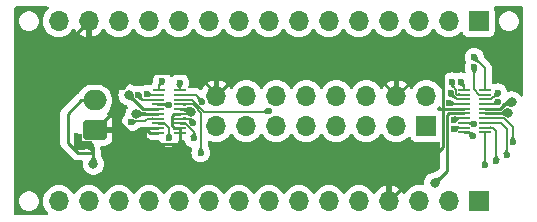
<source format=gbr>
%TF.GenerationSoftware,KiCad,Pcbnew,7.0.8*%
%TF.CreationDate,2023-10-11T21:33:04+02:00*%
%TF.ProjectId,LvL_shifter_shield,4c764c5f-7368-4696-9674-65725f736869,rev?*%
%TF.SameCoordinates,Original*%
%TF.FileFunction,Copper,L1,Top*%
%TF.FilePolarity,Positive*%
%FSLAX46Y46*%
G04 Gerber Fmt 4.6, Leading zero omitted, Abs format (unit mm)*
G04 Created by KiCad (PCBNEW 7.0.8) date 2023-10-11 21:33:04*
%MOMM*%
%LPD*%
G01*
G04 APERTURE LIST*
G04 Aperture macros list*
%AMRoundRect*
0 Rectangle with rounded corners*
0 $1 Rounding radius*
0 $2 $3 $4 $5 $6 $7 $8 $9 X,Y pos of 4 corners*
0 Add a 4 corners polygon primitive as box body*
4,1,4,$2,$3,$4,$5,$6,$7,$8,$9,$2,$3,0*
0 Add four circle primitives for the rounded corners*
1,1,$1+$1,$2,$3*
1,1,$1+$1,$4,$5*
1,1,$1+$1,$6,$7*
1,1,$1+$1,$8,$9*
0 Add four rect primitives between the rounded corners*
20,1,$1+$1,$2,$3,$4,$5,0*
20,1,$1+$1,$4,$5,$6,$7,0*
20,1,$1+$1,$6,$7,$8,$9,0*
20,1,$1+$1,$8,$9,$2,$3,0*%
G04 Aperture macros list end*
%TA.AperFunction,SMDPad,CuDef*%
%ADD10R,1.100000X0.200000*%
%TD*%
%TA.AperFunction,SMDPad,CuDef*%
%ADD11R,1.000000X0.200000*%
%TD*%
%TA.AperFunction,ComponentPad*%
%ADD12RoundRect,0.250000X0.750000X-0.600000X0.750000X0.600000X-0.750000X0.600000X-0.750000X-0.600000X0*%
%TD*%
%TA.AperFunction,ComponentPad*%
%ADD13O,2.000000X1.700000*%
%TD*%
%TA.AperFunction,ComponentPad*%
%ADD14R,1.700000X1.700000*%
%TD*%
%TA.AperFunction,ComponentPad*%
%ADD15O,1.700000X1.700000*%
%TD*%
%TA.AperFunction,ViaPad*%
%ADD16C,0.800000*%
%TD*%
%TA.AperFunction,ViaPad*%
%ADD17C,0.600000*%
%TD*%
%TA.AperFunction,Conductor*%
%ADD18C,0.250000*%
%TD*%
%TA.AperFunction,Conductor*%
%ADD19C,0.150000*%
%TD*%
G04 APERTURE END LIST*
D10*
%TO.P,U1,1,A1*%
%TO.N,Net-(J3-Pin_5)*%
X142085000Y-87525000D03*
D11*
%TO.P,U1,2,A2*%
%TO.N,Net-(J3-Pin_6)*%
X142135000Y-87125000D03*
%TO.P,U1,3,A3*%
%TO.N,Net-(J3-Pin_7)*%
X142135000Y-86725000D03*
%TO.P,U1,4,A4*%
%TO.N,Net-(J3-Pin_8)*%
X142135000Y-86325000D03*
%TO.P,U1,5,VCCA*%
%TO.N,+3.3V*%
X142135000Y-85925000D03*
%TO.P,U1,6,OE*%
%TO.N,Net-(U1-OE)*%
X142135000Y-85525000D03*
%TO.P,U1,7,A5*%
%TO.N,Net-(J3-Pin_9)*%
X142135000Y-85125000D03*
%TO.P,U1,8,A6*%
%TO.N,Net-(J3-Pin_10)*%
X142135000Y-84725000D03*
%TO.P,U1,9,A7*%
%TO.N,Net-(J2-Pin_8)*%
X142135000Y-84325000D03*
%TO.P,U1,10,A8*%
%TO.N,Net-(J2-Pin_4)*%
X142135000Y-83925000D03*
%TO.P,U1,11,B8*%
%TO.N,Net-(J1-Pin_9)*%
X140335000Y-83925000D03*
%TO.P,U1,12,B7*%
%TO.N,Net-(J1-Pin_8)*%
X140335000Y-84325000D03*
%TO.P,U1,13,B6*%
%TO.N,Net-(J1-Pin_7)*%
X140335000Y-84725000D03*
%TO.P,U1,14,B5*%
%TO.N,Net-(J1-Pin_6)*%
X140335000Y-85125000D03*
%TO.P,U1,15,GND*%
%TO.N,GND*%
X140335000Y-85525000D03*
%TO.P,U1,16,VCCB*%
%TO.N,+5V*%
X140335000Y-85925000D03*
%TO.P,U1,17,B4*%
%TO.N,Net-(J1-Pin_5)*%
X140335000Y-86325000D03*
%TO.P,U1,18,B3*%
%TO.N,Net-(J1-Pin_3)*%
X140335000Y-86725000D03*
%TO.P,U1,19,B2*%
%TO.N,Net-(J1-Pin_2)*%
X140335000Y-87125000D03*
%TO.P,U1,20,B1*%
%TO.N,Net-(J1-Pin_1)*%
X140335000Y-87525000D03*
%TD*%
D12*
%TO.P,J4,1,Pin_1*%
%TO.N,GND*%
X109067600Y-87325200D03*
D13*
%TO.P,J4,2,Pin_2*%
%TO.N,+5V*%
X109067600Y-84825200D03*
%TD*%
D14*
%TO.P,J1,1,Pin_1*%
%TO.N,Net-(J1-Pin_1)*%
X137160000Y-86995000D03*
D15*
%TO.P,J1,2,Pin_2*%
%TO.N,Net-(J1-Pin_2)*%
X137160000Y-84455000D03*
%TO.P,J1,3,Pin_3*%
%TO.N,Net-(J1-Pin_3)*%
X134620000Y-86995000D03*
%TO.P,J1,4,Pin_4*%
%TO.N,GND*%
X134620000Y-84455000D03*
%TO.P,J1,5,Pin_5*%
%TO.N,Net-(J1-Pin_5)*%
X132080000Y-86995000D03*
%TO.P,J1,6,Pin_6*%
%TO.N,Net-(J1-Pin_6)*%
X132080000Y-84455000D03*
%TO.P,J1,7,Pin_7*%
%TO.N,Net-(J1-Pin_7)*%
X129540000Y-86995000D03*
%TO.P,J1,8,Pin_8*%
%TO.N,Net-(J1-Pin_8)*%
X129540000Y-84455000D03*
%TO.P,J1,9,Pin_9*%
%TO.N,Net-(J1-Pin_9)*%
X127000000Y-86995000D03*
%TO.P,J1,10,Pin_10*%
%TO.N,Net-(J1-Pin_10)*%
X127000000Y-84455000D03*
%TO.P,J1,11,Pin_11*%
%TO.N,Net-(J1-Pin_11)*%
X124460000Y-86995000D03*
%TO.P,J1,12,Pin_12*%
%TO.N,Net-(J1-Pin_12)*%
X124460000Y-84455000D03*
%TO.P,J1,13,Pin_13*%
%TO.N,Net-(J1-Pin_13)*%
X121920000Y-86995000D03*
%TO.P,J1,14,Pin_14*%
%TO.N,Net-(J1-Pin_14)*%
X121920000Y-84455000D03*
%TO.P,J1,15,Pin_15*%
%TO.N,Net-(J1-Pin_15)*%
X119380000Y-86995000D03*
%TO.P,J1,16,Pin_16*%
%TO.N,GND*%
X119380000Y-84455000D03*
%TD*%
D10*
%TO.P,U2,1,A1*%
%TO.N,Net-(J2-Pin_5)*%
X114505000Y-83960000D03*
D11*
%TO.P,U2,2,A2*%
%TO.N,Net-(J2-Pin_6)*%
X114455000Y-84360000D03*
%TO.P,U2,3,A3*%
%TO.N,Net-(J2-Pin_7)*%
X114455000Y-84760000D03*
%TO.P,U2,4,A4*%
%TO.N,Net-(J3-Pin_12)*%
X114455000Y-85160000D03*
%TO.P,U2,5,VCCA*%
%TO.N,+3.3V*%
X114455000Y-85560000D03*
%TO.P,U2,6,OE*%
%TO.N,Net-(U2-OE)*%
X114455000Y-85960000D03*
%TO.P,U2,7,A5*%
%TO.N,Net-(J3-Pin_13)*%
X114455000Y-86360000D03*
%TO.P,U2,8,A6*%
%TO.N,Net-(J3-Pin_14)*%
X114455000Y-86760000D03*
%TO.P,U2,9,A7*%
%TO.N,GND*%
X114455000Y-87160000D03*
%TO.P,U2,10,A8*%
X114455000Y-87560000D03*
%TO.P,U2,11,B8*%
X116255000Y-87560000D03*
%TO.P,U2,12,B7*%
X116255000Y-87160000D03*
%TO.P,U2,13,B6*%
%TO.N,Net-(J1-Pin_15)*%
X116255000Y-86760000D03*
%TO.P,U2,14,B5*%
%TO.N,Net-(J1-Pin_14)*%
X116255000Y-86360000D03*
%TO.P,U2,15,GND*%
%TO.N,GND*%
X116255000Y-85960000D03*
%TO.P,U2,16,VCCB*%
%TO.N,+5V*%
X116255000Y-85560000D03*
%TO.P,U2,17,B4*%
%TO.N,Net-(J1-Pin_13)*%
X116255000Y-85160000D03*
%TO.P,U2,18,B3*%
%TO.N,Net-(J1-Pin_12)*%
X116255000Y-84760000D03*
%TO.P,U2,19,B2*%
%TO.N,Net-(J1-Pin_11)*%
X116255000Y-84360000D03*
%TO.P,U2,20,B1*%
%TO.N,Net-(J1-Pin_10)*%
X116255000Y-83960000D03*
%TD*%
D14*
%TO.P,J3,1,Pin_1*%
%TO.N,unconnected-(J3-Pin_1-Pad1)*%
X141605000Y-93345000D03*
D15*
%TO.P,J3,2,Pin_2*%
%TO.N,unconnected-(J3-Pin_2-Pad2)*%
X139065000Y-93345000D03*
%TO.P,J3,3,Pin_3*%
%TO.N,unconnected-(J3-Pin_3-Pad3)*%
X136525000Y-93345000D03*
%TO.P,J3,4,Pin_4*%
%TO.N,GND*%
X133985000Y-93345000D03*
%TO.P,J3,5,Pin_5*%
%TO.N,Net-(J3-Pin_5)*%
X131445000Y-93345000D03*
%TO.P,J3,6,Pin_6*%
%TO.N,Net-(J3-Pin_6)*%
X128905000Y-93345000D03*
%TO.P,J3,7,Pin_7*%
%TO.N,Net-(J3-Pin_7)*%
X126365000Y-93345000D03*
%TO.P,J3,8,Pin_8*%
%TO.N,Net-(J3-Pin_8)*%
X123825000Y-93345000D03*
%TO.P,J3,9,Pin_9*%
%TO.N,Net-(J3-Pin_9)*%
X121285000Y-93345000D03*
%TO.P,J3,10,Pin_10*%
%TO.N,Net-(J3-Pin_10)*%
X118745000Y-93345000D03*
%TO.P,J3,11,Pin_11*%
%TO.N,unconnected-(J3-Pin_11-Pad11)*%
X116205000Y-93345000D03*
%TO.P,J3,12,Pin_12*%
%TO.N,Net-(J3-Pin_12)*%
X113665000Y-93345000D03*
%TO.P,J3,13,Pin_13*%
%TO.N,Net-(J3-Pin_13)*%
X111125000Y-93345000D03*
%TO.P,J3,14,Pin_14*%
%TO.N,Net-(J3-Pin_14)*%
X108585000Y-93345000D03*
%TO.P,J3,15,Pin_15*%
%TO.N,unconnected-(J3-Pin_15-Pad15)*%
X106045000Y-93345000D03*
%TD*%
D14*
%TO.P,J2,1,Pin_1*%
%TO.N,unconnected-(J2-Pin_1-Pad1)*%
X141575000Y-78105000D03*
D15*
%TO.P,J2,2,Pin_2*%
%TO.N,+3.3V*%
X139035000Y-78105000D03*
%TO.P,J2,3,Pin_3*%
%TO.N,unconnected-(J2-Pin_3-Pad3)*%
X136495000Y-78105000D03*
%TO.P,J2,4,Pin_4*%
%TO.N,Net-(J2-Pin_4)*%
X133955000Y-78105000D03*
%TO.P,J2,5,Pin_5*%
%TO.N,Net-(J2-Pin_5)*%
X131415000Y-78105000D03*
%TO.P,J2,6,Pin_6*%
%TO.N,Net-(J2-Pin_6)*%
X128875000Y-78105000D03*
%TO.P,J2,7,Pin_7*%
%TO.N,Net-(J2-Pin_7)*%
X126335000Y-78105000D03*
%TO.P,J2,8,Pin_8*%
%TO.N,Net-(J2-Pin_8)*%
X123795000Y-78105000D03*
%TO.P,J2,9,Pin_9*%
%TO.N,unconnected-(J2-Pin_9-Pad9)*%
X121255000Y-78105000D03*
%TO.P,J2,10,Pin_10*%
%TO.N,unconnected-(J2-Pin_10-Pad10)*%
X118715000Y-78105000D03*
%TO.P,J2,11,Pin_11*%
%TO.N,unconnected-(J2-Pin_11-Pad11)*%
X116175000Y-78105000D03*
%TO.P,J2,12,Pin_12*%
%TO.N,unconnected-(J2-Pin_12-Pad12)*%
X113635000Y-78105000D03*
%TO.P,J2,13,Pin_13*%
%TO.N,unconnected-(J2-Pin_13-Pad13)*%
X111095000Y-78105000D03*
%TO.P,J2,14,Pin_14*%
%TO.N,GND*%
X108555000Y-78105000D03*
%TO.P,J2,15,Pin_15*%
%TO.N,unconnected-(J2-Pin_15-Pad15)*%
X106015000Y-78105000D03*
%TD*%
D16*
%TO.N,+5V*%
X108966000Y-90220800D03*
X117217418Y-85805109D03*
X137845800Y-91846400D03*
%TO.N,GND*%
X137936900Y-81280000D03*
X113411000Y-88519000D03*
X107315000Y-80645000D03*
X120548400Y-81280000D03*
%TO.N,+3.3V*%
X144094200Y-85852000D03*
X111973957Y-84349500D03*
D17*
%TO.N,Net-(J1-Pin_1)*%
X141071600Y-87815900D03*
%TO.N,Net-(J1-Pin_2)*%
X139471400Y-87249000D03*
%TO.N,Net-(J1-Pin_3)*%
X141224000Y-86791800D03*
%TO.N,Net-(J1-Pin_5)*%
X139471400Y-86449500D03*
%TO.N,Net-(J1-Pin_6)*%
X139106900Y-85000500D03*
%TO.N,Net-(J1-Pin_7)*%
X139213273Y-84223994D03*
%TO.N,Net-(J1-Pin_8)*%
X139318127Y-83252300D03*
%TO.N,Net-(J1-Pin_9)*%
X140055600Y-83252300D03*
%TO.N,Net-(J1-Pin_10)*%
X116255800Y-83328500D03*
%TO.N,Net-(J1-Pin_11)*%
X118161541Y-84911459D03*
%TO.N,Net-(J1-Pin_12)*%
X123799600Y-85725000D03*
%TO.N,Net-(J1-Pin_13)*%
X118059200Y-89255600D03*
%TO.N,Net-(J1-Pin_14)*%
X117398800Y-86690200D03*
%TO.N,Net-(J1-Pin_15)*%
X117449600Y-88011000D03*
%TO.N,Net-(J2-Pin_4)*%
X141198600Y-81178400D03*
%TO.N,Net-(J2-Pin_5)*%
X114808000Y-83210400D03*
%TO.N,Net-(J2-Pin_6)*%
X113471413Y-84285500D03*
%TO.N,Net-(J2-Pin_7)*%
X112773200Y-84369864D03*
%TO.N,Net-(J2-Pin_8)*%
X141198600Y-82016600D03*
%TO.N,Net-(J3-Pin_5)*%
X142087600Y-90322400D03*
%TO.N,Net-(J3-Pin_6)*%
X143078200Y-89941400D03*
%TO.N,Net-(J3-Pin_7)*%
X143941800Y-89433400D03*
%TO.N,Net-(J3-Pin_8)*%
X144475200Y-88341200D03*
%TO.N,Net-(J3-Pin_9)*%
X143214100Y-84939103D03*
%TO.N,Net-(J3-Pin_10)*%
X143205200Y-84175600D03*
%TO.N,Net-(J3-Pin_12)*%
X115341400Y-85166200D03*
%TO.N,Net-(J3-Pin_13)*%
X112166400Y-86635500D03*
%TO.N,Net-(J3-Pin_14)*%
X115366800Y-87994500D03*
D16*
%TO.N,Net-(U1-OE)*%
X144373600Y-84963000D03*
%TO.N,Net-(U2-OE)*%
X112582201Y-85952628D03*
%TD*%
D18*
%TO.N,+5V*%
X116972309Y-85560000D02*
X116255000Y-85560000D01*
X106781600Y-85953600D02*
X107910000Y-84825200D01*
X137845800Y-91846400D02*
X138932400Y-90759800D01*
X138932400Y-86086200D02*
X139093600Y-85925000D01*
X107910000Y-84825200D02*
X108993626Y-84825200D01*
X107620200Y-89256000D02*
X106781600Y-88417400D01*
X139093600Y-85925000D02*
X140335000Y-85925000D01*
X138932400Y-90759800D02*
X138932400Y-86086200D01*
X108966000Y-90220800D02*
X108966000Y-89256000D01*
X117217418Y-85805109D02*
X116972309Y-85560000D01*
X108966000Y-89256000D02*
X107620200Y-89256000D01*
X106781600Y-88417400D02*
X106781600Y-85953600D01*
X108993626Y-84825200D02*
X109030613Y-84862187D01*
%TO.N,GND*%
X117627400Y-82524600D02*
X112674400Y-82524600D01*
X110642400Y-85750400D02*
X110426500Y-85966300D01*
X113334800Y-87160000D02*
X113334800Y-88442800D01*
X116255000Y-87560000D02*
X116255000Y-87160000D01*
X137936900Y-81280000D02*
X138582400Y-81925500D01*
X138582400Y-85525000D02*
X140335000Y-85525000D01*
X113334800Y-88442800D02*
X113411000Y-88519000D01*
X137795000Y-81280000D02*
X134620000Y-84455000D01*
X138582400Y-84683600D02*
X138582400Y-85525000D01*
X137936900Y-81280000D02*
X137795000Y-81280000D01*
X110642400Y-83725000D02*
X109975400Y-83058000D01*
X107315000Y-79345000D02*
X107315000Y-80645000D01*
X114455000Y-87160000D02*
X113334800Y-87160000D01*
X110642400Y-83725000D02*
X110642400Y-85750400D01*
X120550344Y-81281944D02*
X120548400Y-81280000D01*
X119380000Y-84277200D02*
X117627400Y-82524600D01*
X107315000Y-83058000D02*
X107315000Y-80645000D01*
X111474000Y-83725000D02*
X110642400Y-83725000D01*
X110426500Y-85966300D02*
X112979200Y-88519000D01*
X115580000Y-86135000D02*
X115580000Y-86932488D01*
X138582400Y-81925500D02*
X138582400Y-84683600D01*
X114455000Y-87560000D02*
X113734800Y-87560000D01*
X113411000Y-88519000D02*
X116230400Y-88519000D01*
X113734800Y-87560000D02*
X113334800Y-87160000D01*
X108555000Y-78105000D02*
X107315000Y-79345000D01*
X110426500Y-85966300D02*
X109067600Y-87325200D01*
X131419600Y-81254600D02*
X134620000Y-84455000D01*
X120550344Y-83284656D02*
X120550344Y-81281944D01*
X115807512Y-87160000D02*
X116255000Y-87160000D01*
X120550344Y-81254600D02*
X131419600Y-81254600D01*
X116255000Y-88494400D02*
X116230400Y-88519000D01*
X115580000Y-86932488D02*
X115807512Y-87160000D01*
X119380000Y-84455000D02*
X119380000Y-84277200D01*
X138582400Y-88747600D02*
X138582400Y-84683600D01*
X112674400Y-82524600D02*
X111474000Y-83725000D01*
X109975400Y-83058000D02*
X107315000Y-83058000D01*
X116255000Y-85960000D02*
X115755000Y-85960000D01*
X133985000Y-93345000D02*
X138582400Y-88747600D01*
X115755000Y-85960000D02*
X115580000Y-86135000D01*
X112979200Y-88519000D02*
X113411000Y-88519000D01*
X119380000Y-84455000D02*
X120550344Y-83284656D01*
X116255000Y-87560000D02*
X116255000Y-88494400D01*
X120550344Y-83284656D02*
X120550344Y-81254600D01*
%TO.N,+3.3V*%
X111973957Y-84349500D02*
X113184457Y-85560000D01*
X144094200Y-85852000D02*
X144021200Y-85925000D01*
X144021200Y-85925000D02*
X142135000Y-85925000D01*
X113184457Y-85560000D02*
X114455000Y-85560000D01*
D19*
%TO.N,Net-(J1-Pin_1)*%
X140780700Y-87525000D02*
X141071600Y-87815900D01*
X140335000Y-87525000D02*
X140780700Y-87525000D01*
%TO.N,Net-(J1-Pin_2)*%
X139595400Y-87125000D02*
X140335000Y-87125000D01*
X139471400Y-87249000D02*
X139595400Y-87125000D01*
%TO.N,Net-(J1-Pin_3)*%
X141224000Y-86791800D02*
X141157200Y-86725000D01*
X141157200Y-86725000D02*
X140335000Y-86725000D01*
%TO.N,Net-(J1-Pin_5)*%
X140335000Y-86325000D02*
X139595900Y-86325000D01*
X139595900Y-86325000D02*
X139471400Y-86449500D01*
%TO.N,Net-(J1-Pin_6)*%
X139106900Y-85000500D02*
X139231400Y-85125000D01*
X139231400Y-85125000D02*
X140335000Y-85125000D01*
%TO.N,Net-(J1-Pin_7)*%
X139213273Y-84223994D02*
X139714279Y-84725000D01*
X139714279Y-84725000D02*
X140335000Y-84725000D01*
%TO.N,Net-(J1-Pin_8)*%
X139318127Y-83539727D02*
X139687773Y-83909373D01*
X139687773Y-83909373D02*
X139687773Y-84264973D01*
X139687773Y-84264973D02*
X139747800Y-84325000D01*
X139318127Y-83252300D02*
X139318127Y-83539727D01*
X139747800Y-84325000D02*
X140335000Y-84325000D01*
%TO.N,Net-(J1-Pin_9)*%
X140055600Y-83252300D02*
X140335000Y-83531700D01*
X140335000Y-83531700D02*
X140335000Y-83925000D01*
%TO.N,Net-(J1-Pin_10)*%
X116255000Y-83329300D02*
X116255800Y-83328500D01*
X116255000Y-83960000D02*
X116255000Y-83329300D01*
%TO.N,Net-(J1-Pin_11)*%
X117610082Y-84360000D02*
X118161541Y-84911459D01*
X116255000Y-84360000D02*
X117610082Y-84360000D01*
%TO.N,Net-(J1-Pin_12)*%
X117339036Y-84760000D02*
X116255000Y-84760000D01*
X118354836Y-85775800D02*
X117339036Y-84760000D01*
X123799600Y-85725000D02*
X123748800Y-85775800D01*
X123748800Y-85775800D02*
X118354836Y-85775800D01*
%TO.N,Net-(J1-Pin_13)*%
X117792418Y-85589689D02*
X118059200Y-85856471D01*
X117792418Y-85566936D02*
X117792418Y-85589689D01*
X117385482Y-85160000D02*
X117792418Y-85566936D01*
X118059200Y-85856471D02*
X118059200Y-89255600D01*
X116255000Y-85160000D02*
X117385482Y-85160000D01*
%TO.N,Net-(J1-Pin_14)*%
X117068600Y-86360000D02*
X117398800Y-86690200D01*
X116255000Y-86360000D02*
X117068600Y-86360000D01*
%TO.N,Net-(J1-Pin_15)*%
X116255000Y-86760000D02*
X116755000Y-86760000D01*
X116755000Y-86760000D02*
X117449600Y-87454600D01*
X117449600Y-87454600D02*
X117449600Y-88011000D01*
%TO.N,Net-(J2-Pin_4)*%
X142135000Y-82114800D02*
X142135000Y-83925000D01*
X141198600Y-81178400D02*
X142135000Y-82114800D01*
%TO.N,Net-(J2-Pin_5)*%
X114505000Y-83960000D02*
X114505000Y-83513400D01*
X114505000Y-83513400D02*
X114808000Y-83210400D01*
%TO.N,Net-(J2-Pin_6)*%
X113545913Y-84360000D02*
X113471413Y-84285500D01*
X114455000Y-84360000D02*
X113545913Y-84360000D01*
%TO.N,Net-(J2-Pin_7)*%
X113163336Y-84760000D02*
X114455000Y-84760000D01*
X112773200Y-84369864D02*
X113163336Y-84760000D01*
%TO.N,Net-(J2-Pin_8)*%
X141635000Y-84325000D02*
X142135000Y-84325000D01*
X141198600Y-82016600D02*
X141198600Y-83888600D01*
X141198600Y-83888600D02*
X141635000Y-84325000D01*
%TO.N,Net-(J3-Pin_5)*%
X142087600Y-90322400D02*
X142087600Y-87527600D01*
X142087600Y-87527600D02*
X142085000Y-87525000D01*
%TO.N,Net-(J3-Pin_6)*%
X143078200Y-87376000D02*
X142827200Y-87125000D01*
X142827200Y-87125000D02*
X142135000Y-87125000D01*
X143078200Y-89941400D02*
X143078200Y-87376000D01*
%TO.N,Net-(J3-Pin_7)*%
X143443200Y-86725000D02*
X142135000Y-86725000D01*
X143941800Y-87223600D02*
X143443200Y-86725000D01*
X143941800Y-89433400D02*
X143941800Y-87223600D01*
%TO.N,Net-(J3-Pin_8)*%
X144475200Y-88341200D02*
X144475200Y-87045800D01*
X144475200Y-87045800D02*
X143754400Y-86325000D01*
X143754400Y-86325000D02*
X142135000Y-86325000D01*
%TO.N,Net-(J3-Pin_9)*%
X143214100Y-84939103D02*
X143028203Y-85125000D01*
X143028203Y-85125000D02*
X142135000Y-85125000D01*
%TO.N,Net-(J3-Pin_10)*%
X143205200Y-84175600D02*
X142655800Y-84725000D01*
X142655800Y-84725000D02*
X142135000Y-84725000D01*
%TO.N,Net-(J3-Pin_12)*%
X115341400Y-85166200D02*
X114461200Y-85166200D01*
X114461200Y-85166200D02*
X114455000Y-85160000D01*
%TO.N,Net-(J3-Pin_13)*%
X112273300Y-86528600D02*
X113344000Y-86528600D01*
X112166400Y-86635500D02*
X112273300Y-86528600D01*
X113512600Y-86360000D02*
X114455000Y-86360000D01*
X113344000Y-86528600D02*
X113512600Y-86360000D01*
%TO.N,Net-(J3-Pin_14)*%
X115366800Y-87171800D02*
X115366800Y-87994500D01*
X114455000Y-86760000D02*
X114955000Y-86760000D01*
X114955000Y-86760000D02*
X115366800Y-87171800D01*
D18*
%TO.N,Net-(U1-OE)*%
X144373600Y-84963000D02*
X144272000Y-85064600D01*
X144272000Y-85064600D02*
X143865600Y-85064600D01*
X143405200Y-85525000D02*
X142135000Y-85525000D01*
X143865600Y-85064600D02*
X143405200Y-85525000D01*
%TO.N,Net-(U2-OE)*%
X112582201Y-85952628D02*
X114447628Y-85952628D01*
X114447628Y-85952628D02*
X114455000Y-85960000D01*
%TD*%
%TA.AperFunction,Conductor*%
%TO.N,Net-(J1-Pin_12)*%
G36*
X123689270Y-85458731D02*
G01*
X123689828Y-85459883D01*
X123798715Y-85720489D01*
X123798742Y-85729444D01*
X123798715Y-85729511D01*
X123689466Y-85990982D01*
X123683114Y-85997294D01*
X123674159Y-85997267D01*
X123673805Y-85997111D01*
X123571006Y-85949847D01*
X123570755Y-85949724D01*
X123489858Y-85907667D01*
X123469030Y-85898625D01*
X123418306Y-85876603D01*
X123418300Y-85876601D01*
X123332733Y-85857381D01*
X123220780Y-85851392D01*
X123212702Y-85847528D01*
X123209705Y-85839709D01*
X123209705Y-85711103D01*
X123213132Y-85702830D01*
X123219924Y-85699497D01*
X123338587Y-85684378D01*
X123421589Y-85641416D01*
X123487659Y-85581369D01*
X123564824Y-85514488D01*
X123566810Y-85513101D01*
X123673370Y-85454155D01*
X123682267Y-85453150D01*
X123689270Y-85458731D01*
G37*
%TD.AperFunction*%
%TD*%
%TA.AperFunction,Conductor*%
%TO.N,Net-(J1-Pin_2)*%
G36*
X139960250Y-87050000D02*
G01*
X140278515Y-87113526D01*
X140285957Y-87118506D01*
X140287699Y-87127290D01*
X140282719Y-87134732D01*
X140278515Y-87136474D01*
X139838407Y-87224319D01*
X139831772Y-87223708D01*
X139814997Y-87216999D01*
X139795009Y-87210503D01*
X139795010Y-87210503D01*
X139795006Y-87210502D01*
X139795000Y-87210500D01*
X139774999Y-87205499D01*
X139774995Y-87205498D01*
X139774986Y-87205496D01*
X139754994Y-87201998D01*
X139745535Y-87201052D01*
X139737644Y-87196819D01*
X139735000Y-87189410D01*
X139735000Y-87060588D01*
X139738427Y-87052315D01*
X139745536Y-87048946D01*
X139748666Y-87048633D01*
X139754994Y-87048001D01*
X139774986Y-87044503D01*
X139774995Y-87044500D01*
X139774999Y-87044500D01*
X139795000Y-87039499D01*
X139795006Y-87039496D01*
X139795009Y-87039496D01*
X139814997Y-87033000D01*
X139831772Y-87026291D01*
X139838407Y-87025680D01*
X139960250Y-87050000D01*
G37*
%TD.AperFunction*%
%TD*%
%TA.AperFunction,Conductor*%
%TO.N,Net-(J1-Pin_3)*%
G36*
X141113703Y-86525436D02*
G01*
X141113811Y-86525685D01*
X141223115Y-86787289D01*
X141223142Y-86796244D01*
X141223115Y-86796311D01*
X141114288Y-87056772D01*
X141107936Y-87063084D01*
X141098981Y-87063057D01*
X141097708Y-87062431D01*
X140991028Y-87001758D01*
X140988836Y-87000148D01*
X140912905Y-86929390D01*
X140848462Y-86864743D01*
X140848459Y-86864741D01*
X140766569Y-86817995D01*
X140766568Y-86817994D01*
X140766567Y-86817994D01*
X140766565Y-86817993D01*
X140766563Y-86817993D01*
X140647374Y-86801403D01*
X140639652Y-86796869D01*
X140637287Y-86789815D01*
X140637287Y-86661223D01*
X140640714Y-86652950D01*
X140648499Y-86649533D01*
X140758854Y-86644940D01*
X140844127Y-86629405D01*
X140915807Y-86602864D01*
X140996596Y-86564785D01*
X141098256Y-86519507D01*
X141107206Y-86519273D01*
X141113703Y-86525436D01*
G37*
%TD.AperFunction*%
%TD*%
%TA.AperFunction,Conductor*%
%TO.N,Net-(J3-Pin_9)*%
G36*
X142638227Y-85026291D02*
G01*
X142655002Y-85033000D01*
X142674990Y-85039496D01*
X142674992Y-85039496D01*
X142674999Y-85039499D01*
X142695000Y-85044500D01*
X142695003Y-85044500D01*
X142695013Y-85044503D01*
X142715005Y-85048001D01*
X142720916Y-85048591D01*
X142724463Y-85048946D01*
X142732355Y-85053178D01*
X142735000Y-85060588D01*
X142735000Y-85189410D01*
X142731573Y-85197683D01*
X142724464Y-85201052D01*
X142715005Y-85201998D01*
X142695013Y-85205496D01*
X142695003Y-85205498D01*
X142695000Y-85205499D01*
X142674999Y-85210500D01*
X142674992Y-85210502D01*
X142674989Y-85210503D01*
X142674990Y-85210503D01*
X142655002Y-85216999D01*
X142638227Y-85223708D01*
X142631592Y-85224319D01*
X142263062Y-85150760D01*
X142191483Y-85136473D01*
X142184042Y-85131494D01*
X142182300Y-85122710D01*
X142187280Y-85115268D01*
X142191483Y-85113526D01*
X142631592Y-85025680D01*
X142638227Y-85026291D01*
G37*
%TD.AperFunction*%
%TD*%
%TA.AperFunction,Conductor*%
%TO.N,Net-(J3-Pin_13)*%
G36*
X112298129Y-86365244D02*
G01*
X112300013Y-86366223D01*
X112372148Y-86412581D01*
X112478895Y-86443924D01*
X112510239Y-86453128D01*
X112510240Y-86453128D01*
X112654163Y-86453128D01*
X112654989Y-86453009D01*
X112654993Y-86453039D01*
X112657405Y-86452703D01*
X112733557Y-86453481D01*
X112741793Y-86456992D01*
X112745136Y-86465180D01*
X112745136Y-86593698D01*
X112741709Y-86601971D01*
X112735372Y-86605237D01*
X112614576Y-86625502D01*
X112535586Y-86681669D01*
X112475598Y-86757642D01*
X112475347Y-86757940D01*
X112402724Y-86838294D01*
X112400117Y-86840449D01*
X112292830Y-86905603D01*
X112283980Y-86906969D01*
X112276757Y-86901676D01*
X112275961Y-86900114D01*
X112250661Y-86839562D01*
X112167283Y-86640009D01*
X112167257Y-86631056D01*
X112167262Y-86631042D01*
X112276732Y-86369040D01*
X112283083Y-86362730D01*
X112291945Y-86362720D01*
X112298129Y-86365244D01*
G37*
%TD.AperFunction*%
%TD*%
%TA.AperFunction,Conductor*%
%TO.N,Net-(J1-Pin_13)*%
G36*
X118131766Y-88659027D02*
G01*
X118135147Y-88666265D01*
X118145569Y-88783668D01*
X118145570Y-88783674D01*
X118176395Y-88869992D01*
X118176395Y-88869993D01*
X118221753Y-88940803D01*
X118276512Y-89022021D01*
X118276887Y-89022661D01*
X118330716Y-89129578D01*
X118331376Y-89138508D01*
X118325527Y-89145289D01*
X118324777Y-89145635D01*
X118063711Y-89254715D01*
X118054756Y-89254742D01*
X118054689Y-89254715D01*
X117793621Y-89145635D01*
X117787309Y-89139283D01*
X117787336Y-89130328D01*
X117787667Y-89129610D01*
X117841520Y-89022644D01*
X117841881Y-89022028D01*
X117896645Y-88940803D01*
X117942003Y-88869994D01*
X117972830Y-88783670D01*
X117983253Y-88666264D01*
X117987398Y-88658328D01*
X117994907Y-88655600D01*
X118123493Y-88655600D01*
X118131766Y-88659027D01*
G37*
%TD.AperFunction*%
%TD*%
%TA.AperFunction,Conductor*%
%TO.N,+3.3V*%
G36*
X112341001Y-84201164D02*
G01*
X112347319Y-84207511D01*
X112347545Y-84208108D01*
X112372567Y-84280526D01*
X112377982Y-84296196D01*
X112378479Y-84301847D01*
X112367708Y-84369863D01*
X112367708Y-84369864D01*
X112387553Y-84495166D01*
X112445150Y-84608206D01*
X112495800Y-84658856D01*
X112497852Y-84661625D01*
X112517248Y-84698012D01*
X112620953Y-84818569D01*
X112623750Y-84827075D01*
X112620356Y-84834471D01*
X112458928Y-84995899D01*
X112450655Y-84999326D01*
X112443026Y-84996496D01*
X112322469Y-84892791D01*
X112215741Y-84835901D01*
X112215740Y-84835900D01*
X112215739Y-84835900D01*
X112110367Y-84805949D01*
X111985918Y-84776048D01*
X111985383Y-84775891D01*
X111832598Y-84723099D01*
X111825899Y-84717160D01*
X111825362Y-84708221D01*
X111825591Y-84707611D01*
X111971394Y-84353302D01*
X111977710Y-84346957D01*
X112332048Y-84201143D01*
X112341001Y-84201164D01*
G37*
%TD.AperFunction*%
%TD*%
%TA.AperFunction,Conductor*%
%TO.N,Net-(J3-Pin_14)*%
G36*
X115439366Y-87397927D02*
G01*
X115442747Y-87405165D01*
X115453169Y-87522568D01*
X115453170Y-87522574D01*
X115483995Y-87608892D01*
X115483995Y-87608893D01*
X115529353Y-87679703D01*
X115584112Y-87760921D01*
X115584487Y-87761561D01*
X115638316Y-87868478D01*
X115638976Y-87877408D01*
X115633127Y-87884189D01*
X115632377Y-87884535D01*
X115371311Y-87993615D01*
X115362356Y-87993642D01*
X115362289Y-87993615D01*
X115101221Y-87884535D01*
X115094909Y-87878183D01*
X115094936Y-87869228D01*
X115095267Y-87868510D01*
X115149120Y-87761544D01*
X115149481Y-87760928D01*
X115204245Y-87679703D01*
X115249603Y-87608894D01*
X115280430Y-87522570D01*
X115290853Y-87405164D01*
X115294998Y-87397228D01*
X115302507Y-87394500D01*
X115431093Y-87394500D01*
X115439366Y-87397927D01*
G37*
%TD.AperFunction*%
%TD*%
%TA.AperFunction,Conductor*%
%TO.N,Net-(J2-Pin_5)*%
G36*
X114808428Y-83212825D02*
G01*
X114810997Y-83216662D01*
X114917821Y-83475488D01*
X114917810Y-83484443D01*
X114911470Y-83490767D01*
X114910256Y-83491192D01*
X114817344Y-83518058D01*
X114816618Y-83518219D01*
X114723204Y-83532759D01*
X114648044Y-83551792D01*
X114598110Y-83595691D01*
X114598109Y-83595692D01*
X114585393Y-83658328D01*
X114582376Y-83673194D01*
X114581903Y-83675522D01*
X114576899Y-83682948D01*
X114570437Y-83684894D01*
X114442528Y-83684894D01*
X114434255Y-83681467D01*
X114430828Y-83673194D01*
X114430855Y-83672396D01*
X114431597Y-83661536D01*
X114438048Y-83567227D01*
X114438323Y-83565395D01*
X114457400Y-83483486D01*
X114457531Y-83483019D01*
X114480544Y-83412042D01*
X114480544Y-83412041D01*
X114499888Y-83328991D01*
X114507256Y-83221263D01*
X114511240Y-83213245D01*
X114518888Y-83210363D01*
X114800143Y-83209426D01*
X114808428Y-83212825D01*
G37*
%TD.AperFunction*%
%TD*%
%TA.AperFunction,Conductor*%
%TO.N,Net-(J3-Pin_12)*%
G36*
X115231089Y-84899871D02*
G01*
X115231435Y-84900621D01*
X115340515Y-85161689D01*
X115340542Y-85170644D01*
X115340515Y-85170711D01*
X115231435Y-85431777D01*
X115225083Y-85438089D01*
X115216128Y-85438062D01*
X115215378Y-85437716D01*
X115149595Y-85404596D01*
X115108456Y-85383884D01*
X115107821Y-85383512D01*
X115026603Y-85328753D01*
X114955793Y-85283395D01*
X114869474Y-85252570D01*
X114869471Y-85252569D01*
X114869470Y-85252569D01*
X114847016Y-85250575D01*
X114752065Y-85242146D01*
X114744128Y-85238001D01*
X114741400Y-85230492D01*
X114741400Y-85101907D01*
X114744827Y-85093634D01*
X114752064Y-85090253D01*
X114869470Y-85079830D01*
X114955794Y-85049003D01*
X115026603Y-85003645D01*
X115107828Y-84948881D01*
X115108444Y-84948520D01*
X115215381Y-84894681D01*
X115224308Y-84894022D01*
X115231089Y-84899871D01*
G37*
%TD.AperFunction*%
%TD*%
%TA.AperFunction,Conductor*%
%TO.N,Net-(J1-Pin_3)*%
G36*
X140838227Y-86626291D02*
G01*
X140855002Y-86633000D01*
X140874990Y-86639496D01*
X140874992Y-86639496D01*
X140874999Y-86639499D01*
X140895000Y-86644500D01*
X140895003Y-86644500D01*
X140895013Y-86644503D01*
X140915005Y-86648001D01*
X140920916Y-86648591D01*
X140924463Y-86648946D01*
X140932355Y-86653178D01*
X140935000Y-86660588D01*
X140935000Y-86789410D01*
X140931573Y-86797683D01*
X140924464Y-86801052D01*
X140915005Y-86801998D01*
X140895013Y-86805496D01*
X140895003Y-86805498D01*
X140895000Y-86805499D01*
X140874999Y-86810500D01*
X140874992Y-86810502D01*
X140874989Y-86810503D01*
X140874990Y-86810503D01*
X140855002Y-86816999D01*
X140838227Y-86823708D01*
X140831592Y-86824319D01*
X140463062Y-86750760D01*
X140391483Y-86736473D01*
X140384042Y-86731494D01*
X140382300Y-86722710D01*
X140387280Y-86715268D01*
X140391483Y-86713526D01*
X140831592Y-86625680D01*
X140838227Y-86626291D01*
G37*
%TD.AperFunction*%
%TD*%
%TA.AperFunction,Conductor*%
%TO.N,Net-(J1-Pin_15)*%
G36*
X117479531Y-87379555D02*
G01*
X117480029Y-87380086D01*
X117559482Y-87470367D01*
X117566136Y-87477928D01*
X117567454Y-87479754D01*
X117617974Y-87566187D01*
X117618947Y-87568316D01*
X117648157Y-87654000D01*
X117648254Y-87654314D01*
X117677159Y-87757774D01*
X117677160Y-87757774D01*
X117723015Y-87885735D01*
X117722580Y-87894679D01*
X117716512Y-87900478D01*
X117454806Y-88009827D01*
X117445851Y-88009854D01*
X117445804Y-88009835D01*
X117185270Y-87901530D01*
X117178946Y-87895190D01*
X117178957Y-87886235D01*
X117179876Y-87884469D01*
X117241441Y-87787441D01*
X117243071Y-87785414D01*
X117325671Y-87703435D01*
X117393675Y-87633524D01*
X117416812Y-87562636D01*
X117370390Y-87484622D01*
X117369106Y-87475761D01*
X117372171Y-87470369D01*
X117462986Y-87379554D01*
X117471258Y-87376128D01*
X117479531Y-87379555D01*
G37*
%TD.AperFunction*%
%TD*%
%TA.AperFunction,Conductor*%
%TO.N,Net-(J1-Pin_14)*%
G36*
X116758227Y-86261291D02*
G01*
X116775002Y-86268000D01*
X116794990Y-86274496D01*
X116794992Y-86274496D01*
X116794999Y-86274499D01*
X116815000Y-86279500D01*
X116815003Y-86279500D01*
X116815013Y-86279503D01*
X116835005Y-86283001D01*
X116840916Y-86283591D01*
X116844463Y-86283946D01*
X116852355Y-86288178D01*
X116855000Y-86295588D01*
X116855000Y-86424410D01*
X116851573Y-86432683D01*
X116844464Y-86436052D01*
X116835005Y-86436998D01*
X116815013Y-86440496D01*
X116815003Y-86440498D01*
X116815000Y-86440499D01*
X116794999Y-86445500D01*
X116794992Y-86445502D01*
X116794989Y-86445503D01*
X116794990Y-86445503D01*
X116775002Y-86451999D01*
X116758227Y-86458708D01*
X116751592Y-86459319D01*
X116383062Y-86385760D01*
X116311483Y-86371473D01*
X116304042Y-86366494D01*
X116302300Y-86357710D01*
X116307280Y-86350268D01*
X116311483Y-86348526D01*
X116751592Y-86260680D01*
X116758227Y-86261291D01*
G37*
%TD.AperFunction*%
%TD*%
%TA.AperFunction,Conductor*%
%TO.N,Net-(J2-Pin_8)*%
G36*
X141393391Y-82096987D02*
G01*
X141464177Y-82126564D01*
X141470489Y-82132916D01*
X141470462Y-82141871D01*
X141470116Y-82142621D01*
X141416287Y-82249537D01*
X141415912Y-82250177D01*
X141361153Y-82331396D01*
X141315795Y-82402204D01*
X141315795Y-82402205D01*
X141284970Y-82488523D01*
X141284969Y-82488529D01*
X141274547Y-82605935D01*
X141270402Y-82613872D01*
X141262893Y-82616600D01*
X141134307Y-82616600D01*
X141126034Y-82613173D01*
X141122653Y-82605935D01*
X141112230Y-82488528D01*
X141081403Y-82402204D01*
X141036045Y-82331396D01*
X140981286Y-82250177D01*
X140980916Y-82249547D01*
X140927081Y-82142618D01*
X140926422Y-82133691D01*
X140932271Y-82126910D01*
X140933008Y-82126569D01*
X141194090Y-82017483D01*
X141203044Y-82017457D01*
X141393391Y-82096987D01*
G37*
%TD.AperFunction*%
%TD*%
%TA.AperFunction,Conductor*%
%TO.N,Net-(J1-Pin_1)*%
G36*
X140831650Y-87532009D02*
G01*
X140837814Y-87533878D01*
X140859748Y-87548044D01*
X140884497Y-87562527D01*
X140909245Y-87575510D01*
X140933998Y-87586995D01*
X140936580Y-87588036D01*
X140942341Y-87590360D01*
X140948730Y-87596632D01*
X140948814Y-87605587D01*
X140946236Y-87609483D01*
X140856986Y-87698733D01*
X140848713Y-87702160D01*
X140846675Y-87701981D01*
X140747468Y-87684434D01*
X140642260Y-87667325D01*
X140537053Y-87651717D01*
X140431845Y-87637608D01*
X140337760Y-87626333D01*
X140329953Y-87621946D01*
X140327486Y-87613829D01*
X140327817Y-87609483D01*
X140333458Y-87535274D01*
X140337502Y-87527286D01*
X140345303Y-87524463D01*
X140831650Y-87532009D01*
G37*
%TD.AperFunction*%
%TD*%
%TA.AperFunction,Conductor*%
%TO.N,Net-(J3-Pin_13)*%
G36*
X114080250Y-86285000D02*
G01*
X114398515Y-86348526D01*
X114405957Y-86353506D01*
X114407699Y-86362290D01*
X114402719Y-86369732D01*
X114398515Y-86371474D01*
X113958407Y-86459319D01*
X113951772Y-86458708D01*
X113934997Y-86451999D01*
X113915009Y-86445503D01*
X113915010Y-86445503D01*
X113915006Y-86445502D01*
X113915000Y-86445500D01*
X113894999Y-86440499D01*
X113894995Y-86440498D01*
X113894986Y-86440496D01*
X113874994Y-86436998D01*
X113865535Y-86436052D01*
X113857644Y-86431819D01*
X113855000Y-86424410D01*
X113855000Y-86295588D01*
X113858427Y-86287315D01*
X113865536Y-86283946D01*
X113868666Y-86283633D01*
X113874994Y-86283001D01*
X113894986Y-86279503D01*
X113894995Y-86279500D01*
X113894999Y-86279500D01*
X113915000Y-86274499D01*
X113915006Y-86274496D01*
X113915009Y-86274496D01*
X113934997Y-86268000D01*
X113951772Y-86261291D01*
X113958407Y-86260680D01*
X114080250Y-86285000D01*
G37*
%TD.AperFunction*%
%TD*%
%TA.AperFunction,Conductor*%
%TO.N,Net-(J1-Pin_6)*%
G36*
X139326719Y-84797225D02*
G01*
X139327246Y-84797791D01*
X139395130Y-84875670D01*
X139395405Y-84876012D01*
X139420199Y-84909358D01*
X139449111Y-84948244D01*
X139449118Y-84948253D01*
X139449120Y-84948255D01*
X139500696Y-85003100D01*
X139570140Y-85037855D01*
X139667200Y-85048826D01*
X139675036Y-85053160D01*
X139677586Y-85060452D01*
X139677586Y-85189124D01*
X139674159Y-85197397D01*
X139666740Y-85200793D01*
X139561093Y-85208526D01*
X139534791Y-85210452D01*
X139534784Y-85210453D01*
X139534782Y-85210454D01*
X139501814Y-85218686D01*
X139434982Y-85235376D01*
X139434976Y-85235377D01*
X139434976Y-85235378D01*
X139434970Y-85235379D01*
X139349745Y-85265039D01*
X139349240Y-85265189D01*
X139250674Y-85289803D01*
X139248693Y-85290121D01*
X139120773Y-85299484D01*
X139120346Y-85299500D01*
X139118558Y-85299500D01*
X139110285Y-85296073D01*
X139106858Y-85287839D01*
X139106100Y-85060452D01*
X139105916Y-85005384D01*
X139109314Y-84997101D01*
X139310172Y-84797185D01*
X139318454Y-84793779D01*
X139326719Y-84797225D01*
G37*
%TD.AperFunction*%
%TD*%
%TA.AperFunction,Conductor*%
%TO.N,Net-(J1-Pin_10)*%
G36*
X116521371Y-83438461D02*
G01*
X116527682Y-83444812D01*
X116527655Y-83453767D01*
X116527306Y-83454524D01*
X116473391Y-83561441D01*
X116473011Y-83562087D01*
X116418058Y-83643248D01*
X116372466Y-83713989D01*
X116341450Y-83800259D01*
X116330953Y-83917683D01*
X116326803Y-83925618D01*
X116319299Y-83928341D01*
X116190713Y-83928341D01*
X116182440Y-83924914D01*
X116179058Y-83917670D01*
X116168704Y-83800352D01*
X116138060Y-83714038D01*
X116092926Y-83643214D01*
X116038370Y-83562005D01*
X116037999Y-83561370D01*
X115984274Y-83454518D01*
X115983619Y-83445587D01*
X115989471Y-83438809D01*
X115990201Y-83438472D01*
X116251290Y-83329383D01*
X116260244Y-83329357D01*
X116521371Y-83438461D01*
G37*
%TD.AperFunction*%
%TD*%
%TA.AperFunction,Conductor*%
%TO.N,Net-(J3-Pin_10)*%
G36*
X142939634Y-84065557D02*
G01*
X143140876Y-84148190D01*
X143201384Y-84173036D01*
X143207736Y-84179348D01*
X143207763Y-84179415D01*
X143315235Y-84441147D01*
X143315208Y-84450102D01*
X143308856Y-84456414D01*
X143308081Y-84456701D01*
X143194413Y-84494239D01*
X143193695Y-84494427D01*
X143097547Y-84513137D01*
X143015406Y-84531132D01*
X142966287Y-84554402D01*
X142932568Y-84570376D01*
X142932566Y-84570377D01*
X142932563Y-84570379D01*
X142842179Y-84646024D01*
X142833635Y-84648706D01*
X142826397Y-84645325D01*
X142735474Y-84554402D01*
X142732047Y-84546129D01*
X142734775Y-84538620D01*
X142810420Y-84448235D01*
X142810421Y-84448233D01*
X142810420Y-84448233D01*
X142810423Y-84448231D01*
X142849665Y-84365393D01*
X142867661Y-84283251D01*
X142886372Y-84187093D01*
X142886555Y-84186392D01*
X142924098Y-84072717D01*
X142929947Y-84065937D01*
X142938877Y-84065277D01*
X142939634Y-84065557D01*
G37*
%TD.AperFunction*%
%TD*%
%TA.AperFunction,Conductor*%
%TO.N,Net-(J1-Pin_13)*%
G36*
X116758227Y-85061291D02*
G01*
X116775002Y-85068000D01*
X116794990Y-85074496D01*
X116794992Y-85074496D01*
X116794999Y-85074499D01*
X116815000Y-85079500D01*
X116815003Y-85079500D01*
X116815013Y-85079503D01*
X116835005Y-85083001D01*
X116840916Y-85083591D01*
X116844463Y-85083946D01*
X116852355Y-85088178D01*
X116855000Y-85095588D01*
X116855000Y-85224410D01*
X116851573Y-85232683D01*
X116844464Y-85236052D01*
X116835005Y-85236998D01*
X116815013Y-85240496D01*
X116815003Y-85240498D01*
X116815000Y-85240499D01*
X116794999Y-85245500D01*
X116794992Y-85245502D01*
X116794989Y-85245503D01*
X116794990Y-85245503D01*
X116775002Y-85251999D01*
X116758227Y-85258708D01*
X116751592Y-85259319D01*
X116383062Y-85185760D01*
X116311483Y-85171473D01*
X116304042Y-85166494D01*
X116302300Y-85157710D01*
X116307280Y-85150268D01*
X116311483Y-85148526D01*
X116751592Y-85060680D01*
X116758227Y-85061291D01*
G37*
%TD.AperFunction*%
%TD*%
%TA.AperFunction,Conductor*%
%TO.N,Net-(J3-Pin_7)*%
G36*
X144014366Y-88836827D02*
G01*
X144017747Y-88844065D01*
X144028169Y-88961468D01*
X144028170Y-88961474D01*
X144058995Y-89047792D01*
X144058995Y-89047793D01*
X144104353Y-89118603D01*
X144159112Y-89199821D01*
X144159487Y-89200461D01*
X144213316Y-89307378D01*
X144213976Y-89316308D01*
X144208127Y-89323089D01*
X144207377Y-89323435D01*
X143946311Y-89432515D01*
X143937356Y-89432542D01*
X143937289Y-89432515D01*
X143676221Y-89323435D01*
X143669909Y-89317083D01*
X143669936Y-89308128D01*
X143670267Y-89307410D01*
X143724120Y-89200444D01*
X143724481Y-89199828D01*
X143779245Y-89118603D01*
X143824603Y-89047794D01*
X143855430Y-88961470D01*
X143865853Y-88844064D01*
X143869998Y-88836128D01*
X143877507Y-88833400D01*
X144006093Y-88833400D01*
X144014366Y-88836827D01*
G37*
%TD.AperFunction*%
%TD*%
%TA.AperFunction,Conductor*%
%TO.N,Net-(J1-Pin_9)*%
G36*
X140408843Y-83728427D02*
G01*
X140412003Y-83734215D01*
X140414999Y-83747999D01*
X140419999Y-83769499D01*
X140425000Y-83789500D01*
X140430000Y-83808000D01*
X140433051Y-83818374D01*
X140432097Y-83827278D01*
X140430140Y-83829907D01*
X140343314Y-83917602D01*
X140335058Y-83921070D01*
X140326768Y-83917684D01*
X140326686Y-83917602D01*
X140239859Y-83829907D01*
X140236473Y-83821617D01*
X140236948Y-83818374D01*
X140239999Y-83808000D01*
X140244999Y-83789500D01*
X140250000Y-83769499D01*
X140255000Y-83747999D01*
X140257997Y-83734214D01*
X140263103Y-83726858D01*
X140269430Y-83725000D01*
X140400570Y-83725000D01*
X140408843Y-83728427D01*
G37*
%TD.AperFunction*%
%TD*%
%TA.AperFunction,Conductor*%
%TO.N,Net-(J1-Pin_8)*%
G36*
X139604564Y-83252268D02*
G01*
X139612829Y-83255714D01*
X139616236Y-83263996D01*
X139616105Y-83265712D01*
X139600261Y-83370833D01*
X139599563Y-83373414D01*
X139562955Y-83465422D01*
X139532447Y-83544446D01*
X139534014Y-83614364D01*
X139534176Y-83621617D01*
X139563965Y-83665446D01*
X139588338Y-83701307D01*
X139590154Y-83710076D01*
X139586934Y-83716157D01*
X139495841Y-83807250D01*
X139487568Y-83810677D01*
X139479442Y-83807394D01*
X139395215Y-83726081D01*
X139326948Y-83665446D01*
X139266758Y-83614364D01*
X139198491Y-83553728D01*
X139114533Y-83472675D01*
X139110961Y-83464464D01*
X139114242Y-83456132D01*
X139114319Y-83456051D01*
X139313978Y-83255057D01*
X139322238Y-83251604D01*
X139604564Y-83252268D01*
G37*
%TD.AperFunction*%
%TD*%
%TA.AperFunction,Conductor*%
%TO.N,Net-(J1-Pin_12)*%
G36*
X116758227Y-84661291D02*
G01*
X116775002Y-84668000D01*
X116794990Y-84674496D01*
X116794992Y-84674496D01*
X116794999Y-84674499D01*
X116815000Y-84679500D01*
X116815003Y-84679500D01*
X116815013Y-84679503D01*
X116835005Y-84683001D01*
X116840916Y-84683591D01*
X116844463Y-84683946D01*
X116852355Y-84688178D01*
X116855000Y-84695588D01*
X116855000Y-84824410D01*
X116851573Y-84832683D01*
X116844464Y-84836052D01*
X116835005Y-84836998D01*
X116815013Y-84840496D01*
X116815003Y-84840498D01*
X116815000Y-84840499D01*
X116794999Y-84845500D01*
X116794992Y-84845502D01*
X116794989Y-84845503D01*
X116794990Y-84845503D01*
X116775002Y-84851999D01*
X116758227Y-84858708D01*
X116751592Y-84859319D01*
X116383062Y-84785760D01*
X116311483Y-84771473D01*
X116304042Y-84766494D01*
X116302300Y-84757710D01*
X116307280Y-84750268D01*
X116311483Y-84748526D01*
X116751592Y-84660680D01*
X116758227Y-84661291D01*
G37*
%TD.AperFunction*%
%TD*%
%TA.AperFunction,Conductor*%
%TO.N,Net-(J3-Pin_6)*%
G36*
X143150766Y-89344827D02*
G01*
X143154147Y-89352065D01*
X143164569Y-89469468D01*
X143164570Y-89469474D01*
X143195395Y-89555792D01*
X143195395Y-89555793D01*
X143240753Y-89626603D01*
X143295512Y-89707821D01*
X143295887Y-89708461D01*
X143349716Y-89815378D01*
X143350376Y-89824308D01*
X143344527Y-89831089D01*
X143343777Y-89831435D01*
X143082711Y-89940515D01*
X143073756Y-89940542D01*
X143073689Y-89940515D01*
X142812621Y-89831435D01*
X142806309Y-89825083D01*
X142806336Y-89816128D01*
X142806667Y-89815410D01*
X142860520Y-89708444D01*
X142860881Y-89707828D01*
X142915645Y-89626603D01*
X142961003Y-89555794D01*
X142991830Y-89469470D01*
X143002253Y-89352064D01*
X143006398Y-89344128D01*
X143013907Y-89341400D01*
X143142493Y-89341400D01*
X143150766Y-89344827D01*
G37*
%TD.AperFunction*%
%TD*%
%TA.AperFunction,Conductor*%
%TO.N,+3.3V*%
G36*
X143945599Y-85493329D02*
G01*
X143946105Y-85494389D01*
X144093323Y-85847498D01*
X144093344Y-85856452D01*
X144093323Y-85856502D01*
X143945711Y-86210555D01*
X143939364Y-86216873D01*
X143930410Y-86216852D01*
X143930215Y-86216769D01*
X143879817Y-86194679D01*
X143874886Y-86190611D01*
X143874261Y-86189705D01*
X143849566Y-86176743D01*
X143840802Y-86172143D01*
X143840495Y-86171969D01*
X143808172Y-86152431D01*
X143808169Y-86152430D01*
X143805102Y-86152244D01*
X143800379Y-86150928D01*
X143799715Y-86150579D01*
X143797657Y-86149500D01*
X143797656Y-86149500D01*
X143779529Y-86149500D01*
X143774748Y-86148478D01*
X143682123Y-86107004D01*
X143682119Y-86107002D01*
X143585694Y-86074278D01*
X143585691Y-86074277D01*
X143514220Y-86062741D01*
X143471242Y-86055805D01*
X143471239Y-86055804D01*
X143471234Y-86055804D01*
X143320003Y-86050402D01*
X143311858Y-86046682D01*
X143308721Y-86038709D01*
X143308721Y-85810404D01*
X143312148Y-85802131D01*
X143319052Y-85798784D01*
X143478978Y-85779973D01*
X143590035Y-85727217D01*
X143679203Y-85652720D01*
X143782944Y-85568161D01*
X143784764Y-85566944D01*
X143929746Y-85488597D01*
X143938651Y-85487679D01*
X143945599Y-85493329D01*
G37*
%TD.AperFunction*%
%TD*%
%TA.AperFunction,Conductor*%
%TO.N,Net-(J3-Pin_9)*%
G36*
X143010270Y-84735373D02*
G01*
X143011407Y-84736366D01*
X143185718Y-84909859D01*
X143211637Y-84935656D01*
X143215083Y-84943922D01*
X143215083Y-84943988D01*
X143214140Y-85227076D01*
X143210686Y-85235338D01*
X143202401Y-85238737D01*
X143202079Y-85238731D01*
X143133223Y-85236602D01*
X143082745Y-85235042D01*
X143082328Y-85235014D01*
X142989419Y-85225338D01*
X142909118Y-85213764D01*
X142816001Y-85204066D01*
X142789426Y-85203244D01*
X142695777Y-85200350D01*
X142687613Y-85196670D01*
X142684438Y-85188656D01*
X142684438Y-85059837D01*
X142687865Y-85051564D01*
X142694127Y-85048312D01*
X142789055Y-85031778D01*
X142847925Y-84982415D01*
X142868218Y-84943988D01*
X142886240Y-84909859D01*
X142928681Y-84823099D01*
X142929892Y-84821142D01*
X142993869Y-84737551D01*
X143001617Y-84733066D01*
X143010270Y-84735373D01*
G37*
%TD.AperFunction*%
%TD*%
%TA.AperFunction,Conductor*%
%TO.N,Net-(J1-Pin_8)*%
G36*
X139841904Y-84226388D02*
G01*
X140276044Y-84313707D01*
X140283479Y-84318698D01*
X140285207Y-84327484D01*
X140280216Y-84334919D01*
X140275848Y-84336685D01*
X139838458Y-84416901D01*
X139831764Y-84416158D01*
X139805143Y-84404825D01*
X139775286Y-84393614D01*
X139775275Y-84393610D01*
X139745444Y-84383907D01*
X139745443Y-84383907D01*
X139745438Y-84383905D01*
X139745430Y-84383903D01*
X139730935Y-84379916D01*
X139715571Y-84375691D01*
X139715572Y-84375691D01*
X139706452Y-84373641D01*
X139699132Y-84368483D01*
X139697603Y-84359660D01*
X139700743Y-84353955D01*
X139790544Y-84264154D01*
X139793326Y-84262097D01*
X139800425Y-84258333D01*
X139809069Y-84252250D01*
X139817712Y-84244666D01*
X139826356Y-84235583D01*
X139830542Y-84230457D01*
X139838428Y-84226218D01*
X139841904Y-84226388D01*
G37*
%TD.AperFunction*%
%TD*%
%TA.AperFunction,Conductor*%
%TO.N,Net-(J1-Pin_11)*%
G36*
X116758227Y-84261291D02*
G01*
X116775002Y-84268000D01*
X116794990Y-84274496D01*
X116794992Y-84274496D01*
X116794999Y-84274499D01*
X116815000Y-84279500D01*
X116815003Y-84279500D01*
X116815013Y-84279503D01*
X116835005Y-84283001D01*
X116840916Y-84283591D01*
X116844463Y-84283946D01*
X116852355Y-84288178D01*
X116855000Y-84295588D01*
X116855000Y-84424410D01*
X116851573Y-84432683D01*
X116844464Y-84436052D01*
X116835005Y-84436998D01*
X116815013Y-84440496D01*
X116815003Y-84440498D01*
X116815000Y-84440499D01*
X116794999Y-84445500D01*
X116794992Y-84445502D01*
X116794989Y-84445503D01*
X116794990Y-84445503D01*
X116775002Y-84451999D01*
X116758227Y-84458708D01*
X116751592Y-84459319D01*
X116383062Y-84385760D01*
X116311483Y-84371473D01*
X116304042Y-84366494D01*
X116302300Y-84357710D01*
X116307280Y-84350268D01*
X116311483Y-84348526D01*
X116751592Y-84260680D01*
X116758227Y-84261291D01*
G37*
%TD.AperFunction*%
%TD*%
%TA.AperFunction,Conductor*%
%TO.N,Net-(J3-Pin_5)*%
G36*
X142093285Y-87532260D02*
G01*
X142093368Y-87532342D01*
X142181464Y-87620165D01*
X142184904Y-87628433D01*
X142184474Y-87631594D01*
X142181572Y-87641999D01*
X142176829Y-87660499D01*
X142172086Y-87680500D01*
X142167343Y-87702000D01*
X142164525Y-87715663D01*
X142159498Y-87723074D01*
X142153066Y-87725000D01*
X142021926Y-87725000D01*
X142013653Y-87721573D01*
X142010521Y-87715909D01*
X142007339Y-87702000D01*
X142002079Y-87680500D01*
X141996818Y-87660499D01*
X141991558Y-87641999D01*
X141988357Y-87631654D01*
X141989185Y-87622737D01*
X141991164Y-87620020D01*
X142076742Y-87532450D01*
X142084973Y-87528929D01*
X142093285Y-87532260D01*
G37*
%TD.AperFunction*%
%TD*%
%TA.AperFunction,Conductor*%
%TO.N,Net-(J1-Pin_5)*%
G36*
X139485273Y-86150516D02*
G01*
X139540047Y-86154524D01*
X139613201Y-86159879D01*
X139615165Y-86160194D01*
X139713752Y-86184813D01*
X139714233Y-86184956D01*
X139799482Y-86214624D01*
X139899291Y-86239548D01*
X140031240Y-86249206D01*
X140039241Y-86253228D01*
X140042086Y-86260875D01*
X140042086Y-86389547D01*
X140038659Y-86397820D01*
X140031700Y-86401173D01*
X139945805Y-86410881D01*
X139934640Y-86412144D01*
X139934639Y-86412144D01*
X139934636Y-86412145D01*
X139865198Y-86446896D01*
X139865194Y-86446899D01*
X139813623Y-86501739D01*
X139813617Y-86501746D01*
X139759915Y-86573974D01*
X139759630Y-86574328D01*
X139691745Y-86652208D01*
X139683725Y-86656193D01*
X139675237Y-86653340D01*
X139674671Y-86652813D01*
X139674063Y-86652208D01*
X139473861Y-86452945D01*
X139470416Y-86444681D01*
X139470416Y-86444614D01*
X139470525Y-86412145D01*
X139471358Y-86162161D01*
X139474812Y-86153899D01*
X139483058Y-86150500D01*
X139484846Y-86150500D01*
X139485273Y-86150516D01*
G37*
%TD.AperFunction*%
%TD*%
%TA.AperFunction,Conductor*%
%TO.N,GND*%
G36*
X105117380Y-76880085D02*
G01*
X105163135Y-76932889D01*
X105173079Y-77002047D01*
X105144054Y-77065603D01*
X105138022Y-77072081D01*
X104976505Y-77233597D01*
X104840965Y-77427169D01*
X104840964Y-77427171D01*
X104741098Y-77641335D01*
X104741094Y-77641344D01*
X104679938Y-77869586D01*
X104679936Y-77869596D01*
X104659341Y-78104999D01*
X104659341Y-78105000D01*
X104679936Y-78340403D01*
X104679938Y-78340413D01*
X104741094Y-78568655D01*
X104741096Y-78568659D01*
X104741097Y-78568663D01*
X104820801Y-78739588D01*
X104840965Y-78782830D01*
X104840967Y-78782834D01*
X104923813Y-78901149D01*
X104976505Y-78976401D01*
X105143599Y-79143495D01*
X105240384Y-79211265D01*
X105337165Y-79279032D01*
X105337167Y-79279033D01*
X105337170Y-79279035D01*
X105551337Y-79378903D01*
X105779592Y-79440063D01*
X105956034Y-79455500D01*
X106014999Y-79460659D01*
X106015000Y-79460659D01*
X106015001Y-79460659D01*
X106073966Y-79455500D01*
X106250408Y-79440063D01*
X106478663Y-79378903D01*
X106692830Y-79279035D01*
X106886401Y-79143495D01*
X107053495Y-78976401D01*
X107183730Y-78790405D01*
X107238307Y-78746781D01*
X107307805Y-78739587D01*
X107370160Y-78771110D01*
X107386879Y-78790405D01*
X107516890Y-78976078D01*
X107683917Y-79143105D01*
X107877421Y-79278600D01*
X108091507Y-79378429D01*
X108091516Y-79378433D01*
X108305000Y-79435634D01*
X108305000Y-78540501D01*
X108412685Y-78589680D01*
X108519237Y-78605000D01*
X108590763Y-78605000D01*
X108697315Y-78589680D01*
X108805000Y-78540501D01*
X108805000Y-79435633D01*
X109018483Y-79378433D01*
X109018492Y-79378429D01*
X109232578Y-79278600D01*
X109426082Y-79143105D01*
X109593105Y-78976082D01*
X109723119Y-78790405D01*
X109777696Y-78746781D01*
X109847195Y-78739588D01*
X109909549Y-78771110D01*
X109926269Y-78790405D01*
X110056505Y-78976401D01*
X110223599Y-79143495D01*
X110320384Y-79211265D01*
X110417165Y-79279032D01*
X110417167Y-79279033D01*
X110417170Y-79279035D01*
X110631337Y-79378903D01*
X110859592Y-79440063D01*
X111036034Y-79455500D01*
X111094999Y-79460659D01*
X111095000Y-79460659D01*
X111095001Y-79460659D01*
X111153966Y-79455500D01*
X111330408Y-79440063D01*
X111558663Y-79378903D01*
X111772830Y-79279035D01*
X111966401Y-79143495D01*
X112133495Y-78976401D01*
X112263425Y-78790842D01*
X112318002Y-78747217D01*
X112387500Y-78740023D01*
X112449855Y-78771546D01*
X112466575Y-78790842D01*
X112596500Y-78976395D01*
X112596505Y-78976401D01*
X112763599Y-79143495D01*
X112860384Y-79211265D01*
X112957165Y-79279032D01*
X112957167Y-79279033D01*
X112957170Y-79279035D01*
X113171337Y-79378903D01*
X113399592Y-79440063D01*
X113576034Y-79455500D01*
X113634999Y-79460659D01*
X113635000Y-79460659D01*
X113635001Y-79460659D01*
X113693966Y-79455500D01*
X113870408Y-79440063D01*
X114098663Y-79378903D01*
X114312830Y-79279035D01*
X114506401Y-79143495D01*
X114673495Y-78976401D01*
X114803425Y-78790842D01*
X114858002Y-78747217D01*
X114927500Y-78740023D01*
X114989855Y-78771546D01*
X115006575Y-78790842D01*
X115136500Y-78976395D01*
X115136505Y-78976401D01*
X115303599Y-79143495D01*
X115400384Y-79211265D01*
X115497165Y-79279032D01*
X115497167Y-79279033D01*
X115497170Y-79279035D01*
X115711337Y-79378903D01*
X115939592Y-79440063D01*
X116116034Y-79455500D01*
X116174999Y-79460659D01*
X116175000Y-79460659D01*
X116175001Y-79460659D01*
X116233966Y-79455500D01*
X116410408Y-79440063D01*
X116638663Y-79378903D01*
X116852830Y-79279035D01*
X117046401Y-79143495D01*
X117213495Y-78976401D01*
X117343425Y-78790842D01*
X117398002Y-78747217D01*
X117467500Y-78740023D01*
X117529855Y-78771546D01*
X117546575Y-78790842D01*
X117676500Y-78976395D01*
X117676505Y-78976401D01*
X117843599Y-79143495D01*
X117940384Y-79211265D01*
X118037165Y-79279032D01*
X118037167Y-79279033D01*
X118037170Y-79279035D01*
X118251337Y-79378903D01*
X118479592Y-79440063D01*
X118656034Y-79455500D01*
X118714999Y-79460659D01*
X118715000Y-79460659D01*
X118715001Y-79460659D01*
X118773966Y-79455500D01*
X118950408Y-79440063D01*
X119178663Y-79378903D01*
X119392830Y-79279035D01*
X119586401Y-79143495D01*
X119753495Y-78976401D01*
X119883425Y-78790842D01*
X119938002Y-78747217D01*
X120007500Y-78740023D01*
X120069855Y-78771546D01*
X120086575Y-78790842D01*
X120216500Y-78976395D01*
X120216505Y-78976401D01*
X120383599Y-79143495D01*
X120480384Y-79211265D01*
X120577165Y-79279032D01*
X120577167Y-79279033D01*
X120577170Y-79279035D01*
X120791337Y-79378903D01*
X121019592Y-79440063D01*
X121196034Y-79455500D01*
X121254999Y-79460659D01*
X121255000Y-79460659D01*
X121255001Y-79460659D01*
X121313966Y-79455500D01*
X121490408Y-79440063D01*
X121718663Y-79378903D01*
X121932830Y-79279035D01*
X122126401Y-79143495D01*
X122293495Y-78976401D01*
X122423425Y-78790842D01*
X122478002Y-78747217D01*
X122547500Y-78740023D01*
X122609855Y-78771546D01*
X122626575Y-78790842D01*
X122756500Y-78976395D01*
X122756505Y-78976401D01*
X122923599Y-79143495D01*
X123020384Y-79211265D01*
X123117165Y-79279032D01*
X123117167Y-79279033D01*
X123117170Y-79279035D01*
X123331337Y-79378903D01*
X123559592Y-79440063D01*
X123736034Y-79455500D01*
X123794999Y-79460659D01*
X123795000Y-79460659D01*
X123795001Y-79460659D01*
X123853966Y-79455500D01*
X124030408Y-79440063D01*
X124258663Y-79378903D01*
X124472830Y-79279035D01*
X124666401Y-79143495D01*
X124833495Y-78976401D01*
X124963425Y-78790842D01*
X125018002Y-78747217D01*
X125087500Y-78740023D01*
X125149855Y-78771546D01*
X125166575Y-78790842D01*
X125296500Y-78976395D01*
X125296505Y-78976401D01*
X125463599Y-79143495D01*
X125560384Y-79211265D01*
X125657165Y-79279032D01*
X125657167Y-79279033D01*
X125657170Y-79279035D01*
X125871337Y-79378903D01*
X126099592Y-79440063D01*
X126276034Y-79455500D01*
X126334999Y-79460659D01*
X126335000Y-79460659D01*
X126335001Y-79460659D01*
X126393966Y-79455500D01*
X126570408Y-79440063D01*
X126798663Y-79378903D01*
X127012830Y-79279035D01*
X127206401Y-79143495D01*
X127373495Y-78976401D01*
X127503425Y-78790842D01*
X127558002Y-78747217D01*
X127627500Y-78740023D01*
X127689855Y-78771546D01*
X127706575Y-78790842D01*
X127836500Y-78976395D01*
X127836505Y-78976401D01*
X128003599Y-79143495D01*
X128100384Y-79211265D01*
X128197165Y-79279032D01*
X128197167Y-79279033D01*
X128197170Y-79279035D01*
X128411337Y-79378903D01*
X128639592Y-79440063D01*
X128816034Y-79455500D01*
X128874999Y-79460659D01*
X128875000Y-79460659D01*
X128875001Y-79460659D01*
X128933966Y-79455500D01*
X129110408Y-79440063D01*
X129338663Y-79378903D01*
X129552830Y-79279035D01*
X129746401Y-79143495D01*
X129913495Y-78976401D01*
X130043425Y-78790842D01*
X130098002Y-78747217D01*
X130167500Y-78740023D01*
X130229855Y-78771546D01*
X130246575Y-78790842D01*
X130376500Y-78976395D01*
X130376505Y-78976401D01*
X130543599Y-79143495D01*
X130640384Y-79211265D01*
X130737165Y-79279032D01*
X130737167Y-79279033D01*
X130737170Y-79279035D01*
X130951337Y-79378903D01*
X131179592Y-79440063D01*
X131356034Y-79455500D01*
X131414999Y-79460659D01*
X131415000Y-79460659D01*
X131415001Y-79460659D01*
X131473966Y-79455500D01*
X131650408Y-79440063D01*
X131878663Y-79378903D01*
X132092830Y-79279035D01*
X132286401Y-79143495D01*
X132453495Y-78976401D01*
X132583425Y-78790842D01*
X132638002Y-78747217D01*
X132707500Y-78740023D01*
X132769855Y-78771546D01*
X132786575Y-78790842D01*
X132916500Y-78976395D01*
X132916505Y-78976401D01*
X133083599Y-79143495D01*
X133180384Y-79211265D01*
X133277165Y-79279032D01*
X133277167Y-79279033D01*
X133277170Y-79279035D01*
X133491337Y-79378903D01*
X133719592Y-79440063D01*
X133896034Y-79455500D01*
X133954999Y-79460659D01*
X133955000Y-79460659D01*
X133955001Y-79460659D01*
X134013966Y-79455500D01*
X134190408Y-79440063D01*
X134418663Y-79378903D01*
X134632830Y-79279035D01*
X134826401Y-79143495D01*
X134993495Y-78976401D01*
X135123425Y-78790842D01*
X135178002Y-78747217D01*
X135247500Y-78740023D01*
X135309855Y-78771546D01*
X135326575Y-78790842D01*
X135456500Y-78976395D01*
X135456505Y-78976401D01*
X135623599Y-79143495D01*
X135720384Y-79211265D01*
X135817165Y-79279032D01*
X135817167Y-79279033D01*
X135817170Y-79279035D01*
X136031337Y-79378903D01*
X136259592Y-79440063D01*
X136436034Y-79455500D01*
X136494999Y-79460659D01*
X136495000Y-79460659D01*
X136495001Y-79460659D01*
X136553966Y-79455500D01*
X136730408Y-79440063D01*
X136958663Y-79378903D01*
X137172830Y-79279035D01*
X137366401Y-79143495D01*
X137533495Y-78976401D01*
X137663425Y-78790842D01*
X137718002Y-78747217D01*
X137787500Y-78740023D01*
X137849855Y-78771546D01*
X137866575Y-78790842D01*
X137996500Y-78976395D01*
X137996505Y-78976401D01*
X138163599Y-79143495D01*
X138260384Y-79211265D01*
X138357165Y-79279032D01*
X138357167Y-79279033D01*
X138357170Y-79279035D01*
X138571337Y-79378903D01*
X138799592Y-79440063D01*
X138976034Y-79455500D01*
X139034999Y-79460659D01*
X139035000Y-79460659D01*
X139035001Y-79460659D01*
X139093966Y-79455500D01*
X139270408Y-79440063D01*
X139498663Y-79378903D01*
X139712830Y-79279035D01*
X139906401Y-79143495D01*
X140028329Y-79021566D01*
X140089648Y-78988084D01*
X140159340Y-78993068D01*
X140215274Y-79034939D01*
X140232189Y-79065917D01*
X140281202Y-79197328D01*
X140281206Y-79197335D01*
X140367452Y-79312544D01*
X140367455Y-79312547D01*
X140482664Y-79398793D01*
X140482671Y-79398797D01*
X140617517Y-79449091D01*
X140617516Y-79449091D01*
X140624444Y-79449835D01*
X140677127Y-79455500D01*
X142472872Y-79455499D01*
X142532483Y-79449091D01*
X142667331Y-79398796D01*
X142782546Y-79312546D01*
X142868796Y-79197331D01*
X142919091Y-79062483D01*
X142925500Y-79002873D01*
X142925499Y-78105000D01*
X143314953Y-78105000D01*
X143333092Y-78277576D01*
X143333093Y-78277579D01*
X143386712Y-78442608D01*
X143473477Y-78592887D01*
X143473476Y-78592887D01*
X143585879Y-78717723D01*
X143589590Y-78721845D01*
X143723364Y-78819038D01*
X143729976Y-78823842D01*
X143888495Y-78894420D01*
X143888498Y-78894421D01*
X143888499Y-78894421D01*
X143888501Y-78894422D01*
X143915933Y-78900252D01*
X143919594Y-78901149D01*
X143923628Y-78902269D01*
X143923638Y-78902273D01*
X143930096Y-78903331D01*
X143932899Y-78903859D01*
X144058236Y-78930500D01*
X144058237Y-78930500D01*
X144085723Y-78930500D01*
X144093478Y-78931130D01*
X144093493Y-78930855D01*
X144100194Y-78931217D01*
X144100204Y-78931219D01*
X144111788Y-78930590D01*
X144115142Y-78930500D01*
X144231760Y-78930500D01*
X144231764Y-78930500D01*
X144262850Y-78923892D01*
X144272231Y-78922650D01*
X144272227Y-78922620D01*
X144278854Y-78921532D01*
X144278864Y-78921532D01*
X144293099Y-78917579D01*
X144296712Y-78916694D01*
X144401499Y-78894422D01*
X144434517Y-78879721D01*
X144450197Y-78874090D01*
X144451250Y-78873669D01*
X144451264Y-78873666D01*
X144465900Y-78865905D01*
X144469679Y-78864066D01*
X144560024Y-78823842D01*
X144596399Y-78797413D01*
X144603794Y-78792799D01*
X144609344Y-78789857D01*
X144622610Y-78778587D01*
X144626269Y-78775711D01*
X144700410Y-78721845D01*
X144733395Y-78685210D01*
X144739321Y-78679453D01*
X144745712Y-78674025D01*
X144756351Y-78660029D01*
X144759572Y-78656138D01*
X144816522Y-78592889D01*
X144843415Y-78546309D01*
X144847723Y-78539830D01*
X144853991Y-78531586D01*
X144861203Y-78515995D01*
X144863741Y-78511103D01*
X144903286Y-78442611D01*
X144921330Y-78387073D01*
X144924012Y-78380238D01*
X144929119Y-78369200D01*
X144932634Y-78353229D01*
X144934215Y-78347418D01*
X144936493Y-78340408D01*
X144956908Y-78277576D01*
X144963513Y-78214731D01*
X144964614Y-78207943D01*
X144967582Y-78194461D01*
X144968188Y-78172019D01*
X144968503Y-78167256D01*
X144975047Y-78105000D01*
X144968500Y-78042717D01*
X144968188Y-78037979D01*
X144967582Y-78015539D01*
X144964615Y-78002061D01*
X144963511Y-77995245D01*
X144956908Y-77932424D01*
X144934213Y-77862577D01*
X144932630Y-77856750D01*
X144929120Y-77840804D01*
X144929119Y-77840803D01*
X144929119Y-77840800D01*
X144924018Y-77829774D01*
X144921324Y-77822907D01*
X144903286Y-77767389D01*
X144881746Y-77730082D01*
X144863761Y-77698929D01*
X144861183Y-77693959D01*
X144853991Y-77678414D01*
X144847736Y-77670186D01*
X144843404Y-77663671D01*
X144816522Y-77617111D01*
X144759592Y-77553884D01*
X144756324Y-77549935D01*
X144745712Y-77535975D01*
X144745710Y-77535973D01*
X144739330Y-77530554D01*
X144733390Y-77524782D01*
X144700411Y-77488156D01*
X144675390Y-77469977D01*
X144626285Y-77434299D01*
X144622596Y-77431399D01*
X144609347Y-77420145D01*
X144609346Y-77420144D01*
X144608308Y-77419594D01*
X144603794Y-77417200D01*
X144596401Y-77412587D01*
X144577821Y-77399088D01*
X144560028Y-77386160D01*
X144469704Y-77345945D01*
X144465880Y-77344083D01*
X144451264Y-77336334D01*
X144451261Y-77336333D01*
X144450243Y-77335927D01*
X144434503Y-77330272D01*
X144420129Y-77323872D01*
X144401498Y-77315577D01*
X144296760Y-77293315D01*
X144293066Y-77292411D01*
X144278862Y-77288467D01*
X144272229Y-77287380D01*
X144272233Y-77287350D01*
X144262849Y-77286106D01*
X144231766Y-77279500D01*
X144231764Y-77279500D01*
X144115142Y-77279500D01*
X144111788Y-77279409D01*
X144100204Y-77278781D01*
X144093493Y-77279145D01*
X144093478Y-77278869D01*
X144085723Y-77279500D01*
X144058232Y-77279500D01*
X143932932Y-77306134D01*
X143930074Y-77306671D01*
X143923632Y-77307727D01*
X143919580Y-77308852D01*
X143915897Y-77309753D01*
X143888502Y-77315577D01*
X143729977Y-77386158D01*
X143729972Y-77386160D01*
X143589591Y-77488153D01*
X143589589Y-77488155D01*
X143473477Y-77617112D01*
X143386712Y-77767391D01*
X143334695Y-77927489D01*
X143333092Y-77932424D01*
X143314953Y-78105000D01*
X142925499Y-78105000D01*
X142925499Y-77207128D01*
X142919091Y-77147517D01*
X142919091Y-77147516D01*
X142874415Y-77027733D01*
X142869431Y-76958041D01*
X142902916Y-76896718D01*
X142964240Y-76863234D01*
X142990597Y-76860400D01*
X145214800Y-76860400D01*
X145281839Y-76880085D01*
X145327594Y-76932889D01*
X145338800Y-76984400D01*
X145338800Y-84371000D01*
X145319115Y-84438039D01*
X145266311Y-84483794D01*
X145197153Y-84493738D01*
X145133597Y-84464713D01*
X145107414Y-84433003D01*
X145106132Y-84430783D01*
X145079774Y-84401509D01*
X144979471Y-84290112D01*
X144979470Y-84290111D01*
X144826334Y-84178851D01*
X144826329Y-84178848D01*
X144653407Y-84101857D01*
X144653402Y-84101855D01*
X144507601Y-84070865D01*
X144468246Y-84062500D01*
X144278954Y-84062500D01*
X144137800Y-84092503D01*
X144068133Y-84087186D01*
X144012400Y-84045048D01*
X143993002Y-84002871D01*
X143992868Y-84002918D01*
X143992372Y-84001503D01*
X143991126Y-83998792D01*
X143990567Y-83996342D01*
X143975682Y-83953804D01*
X143930989Y-83826078D01*
X143927155Y-83819977D01*
X143837073Y-83676612D01*
X143835016Y-83673338D01*
X143707462Y-83545784D01*
X143679859Y-83528440D01*
X143554723Y-83449811D01*
X143384454Y-83390231D01*
X143384449Y-83390230D01*
X143205204Y-83370035D01*
X143205196Y-83370035D01*
X143025950Y-83390230D01*
X143025937Y-83390233D01*
X142875455Y-83442890D01*
X142805676Y-83446452D01*
X142745049Y-83411724D01*
X142712821Y-83349730D01*
X142710500Y-83325849D01*
X142710500Y-82156586D01*
X142711031Y-82148485D01*
X142715466Y-82114800D01*
X142695687Y-81964565D01*
X142637699Y-81824568D01*
X142568612Y-81734532D01*
X142567660Y-81733291D01*
X142567656Y-81733286D01*
X142545449Y-81704347D01*
X142533342Y-81695057D01*
X142518490Y-81683661D01*
X142512400Y-81678320D01*
X142075963Y-81241883D01*
X142058191Y-81219437D01*
X142056676Y-81216989D01*
X142056675Y-81216987D01*
X142052440Y-81211927D01*
X142025817Y-81156032D01*
X142012077Y-81085419D01*
X142008487Y-81069672D01*
X142004241Y-81053453D01*
X141999733Y-81038211D01*
X141956874Y-80908431D01*
X141953453Y-80899196D01*
X141935049Y-80858602D01*
X141932999Y-80853484D01*
X141924390Y-80828880D01*
X141924389Y-80828878D01*
X141828416Y-80676138D01*
X141700862Y-80548584D01*
X141548123Y-80452611D01*
X141377854Y-80393031D01*
X141377849Y-80393030D01*
X141198604Y-80372835D01*
X141198596Y-80372835D01*
X141019350Y-80393030D01*
X141019345Y-80393031D01*
X140849076Y-80452611D01*
X140696337Y-80548584D01*
X140568784Y-80676137D01*
X140472811Y-80828876D01*
X140413231Y-80999145D01*
X140413230Y-80999150D01*
X140393035Y-81178396D01*
X140393035Y-81178403D01*
X140413230Y-81357649D01*
X140413233Y-81357662D01*
X140472809Y-81527921D01*
X140475077Y-81531529D01*
X140475828Y-81534189D01*
X140475831Y-81534194D01*
X140475830Y-81534194D01*
X140494077Y-81598766D01*
X140475077Y-81663471D01*
X140472809Y-81667078D01*
X140413233Y-81837337D01*
X140413230Y-81837350D01*
X140393035Y-82016596D01*
X140393035Y-82016603D01*
X140413230Y-82195849D01*
X140413233Y-82195862D01*
X140461164Y-82332838D01*
X140464726Y-82402617D01*
X140429998Y-82463244D01*
X140368004Y-82495472D01*
X140303169Y-82490835D01*
X140234857Y-82466932D01*
X140234849Y-82466930D01*
X140055604Y-82446735D01*
X140055596Y-82446735D01*
X139876350Y-82466930D01*
X139876342Y-82466932D01*
X139727817Y-82518903D01*
X139658038Y-82522464D01*
X139645909Y-82518903D01*
X139497384Y-82466932D01*
X139497376Y-82466930D01*
X139318131Y-82446735D01*
X139318123Y-82446735D01*
X139138877Y-82466930D01*
X139138872Y-82466931D01*
X138968603Y-82526511D01*
X138815864Y-82622484D01*
X138688311Y-82750037D01*
X138592338Y-82902776D01*
X138532758Y-83073045D01*
X138532757Y-83073050D01*
X138512562Y-83252296D01*
X138512562Y-83252303D01*
X138532757Y-83431549D01*
X138532760Y-83431562D01*
X138594637Y-83608394D01*
X138592927Y-83608992D01*
X138602793Y-83668893D01*
X138584713Y-83719732D01*
X138546276Y-83780903D01*
X138493941Y-83827194D01*
X138424888Y-83837841D01*
X138361040Y-83809466D01*
X138337554Y-83781315D01*
X138337140Y-83781605D01*
X138198494Y-83583597D01*
X138031402Y-83416506D01*
X138031395Y-83416501D01*
X137837834Y-83280967D01*
X137837830Y-83280965D01*
X137725402Y-83228539D01*
X137623663Y-83181097D01*
X137623659Y-83181096D01*
X137623655Y-83181094D01*
X137395413Y-83119938D01*
X137395403Y-83119936D01*
X137160001Y-83099341D01*
X137159999Y-83099341D01*
X136924596Y-83119936D01*
X136924586Y-83119938D01*
X136696344Y-83181094D01*
X136696335Y-83181098D01*
X136482171Y-83280964D01*
X136482169Y-83280965D01*
X136288597Y-83416505D01*
X136121508Y-83583594D01*
X135991269Y-83769595D01*
X135936692Y-83813219D01*
X135867193Y-83820412D01*
X135804839Y-83788890D01*
X135788119Y-83769594D01*
X135658113Y-83583926D01*
X135658108Y-83583920D01*
X135491082Y-83416894D01*
X135297578Y-83281399D01*
X135083492Y-83181570D01*
X135083486Y-83181567D01*
X134870000Y-83124364D01*
X134870000Y-84019498D01*
X134762315Y-83970320D01*
X134655763Y-83955000D01*
X134584237Y-83955000D01*
X134477685Y-83970320D01*
X134370000Y-84019498D01*
X134370000Y-83124364D01*
X134369999Y-83124364D01*
X134156513Y-83181567D01*
X134156507Y-83181570D01*
X133942422Y-83281399D01*
X133942420Y-83281400D01*
X133748926Y-83416886D01*
X133748920Y-83416891D01*
X133581891Y-83583920D01*
X133581890Y-83583922D01*
X133451880Y-83769595D01*
X133397303Y-83813219D01*
X133327804Y-83820412D01*
X133265450Y-83788890D01*
X133248730Y-83769594D01*
X133118494Y-83583597D01*
X132951402Y-83416506D01*
X132951395Y-83416501D01*
X132757834Y-83280967D01*
X132757830Y-83280965D01*
X132645402Y-83228539D01*
X132543663Y-83181097D01*
X132543659Y-83181096D01*
X132543655Y-83181094D01*
X132315413Y-83119938D01*
X132315403Y-83119936D01*
X132080001Y-83099341D01*
X132079999Y-83099341D01*
X131844596Y-83119936D01*
X131844586Y-83119938D01*
X131616344Y-83181094D01*
X131616335Y-83181098D01*
X131402171Y-83280964D01*
X131402169Y-83280965D01*
X131208597Y-83416505D01*
X131041505Y-83583597D01*
X130911575Y-83769158D01*
X130856998Y-83812783D01*
X130787500Y-83819977D01*
X130725145Y-83788454D01*
X130708425Y-83769158D01*
X130578494Y-83583597D01*
X130411402Y-83416506D01*
X130411395Y-83416501D01*
X130217834Y-83280967D01*
X130217830Y-83280965D01*
X130105402Y-83228539D01*
X130003663Y-83181097D01*
X130003659Y-83181096D01*
X130003655Y-83181094D01*
X129775413Y-83119938D01*
X129775403Y-83119936D01*
X129540001Y-83099341D01*
X129539999Y-83099341D01*
X129304596Y-83119936D01*
X129304586Y-83119938D01*
X129076344Y-83181094D01*
X129076335Y-83181098D01*
X128862171Y-83280964D01*
X128862169Y-83280965D01*
X128668597Y-83416505D01*
X128501505Y-83583597D01*
X128371575Y-83769158D01*
X128316998Y-83812783D01*
X128247500Y-83819977D01*
X128185145Y-83788454D01*
X128168425Y-83769158D01*
X128038494Y-83583597D01*
X127871402Y-83416506D01*
X127871395Y-83416501D01*
X127677834Y-83280967D01*
X127677830Y-83280965D01*
X127565402Y-83228539D01*
X127463663Y-83181097D01*
X127463659Y-83181096D01*
X127463655Y-83181094D01*
X127235413Y-83119938D01*
X127235403Y-83119936D01*
X127000001Y-83099341D01*
X126999999Y-83099341D01*
X126764596Y-83119936D01*
X126764586Y-83119938D01*
X126536344Y-83181094D01*
X126536335Y-83181098D01*
X126322171Y-83280964D01*
X126322169Y-83280965D01*
X126128597Y-83416505D01*
X125961505Y-83583597D01*
X125831575Y-83769158D01*
X125776998Y-83812783D01*
X125707500Y-83819977D01*
X125645145Y-83788454D01*
X125628425Y-83769158D01*
X125498494Y-83583597D01*
X125331402Y-83416506D01*
X125331395Y-83416501D01*
X125137834Y-83280967D01*
X125137830Y-83280965D01*
X125025402Y-83228539D01*
X124923663Y-83181097D01*
X124923659Y-83181096D01*
X124923655Y-83181094D01*
X124695413Y-83119938D01*
X124695403Y-83119936D01*
X124460001Y-83099341D01*
X124459999Y-83099341D01*
X124224596Y-83119936D01*
X124224586Y-83119938D01*
X123996344Y-83181094D01*
X123996335Y-83181098D01*
X123782171Y-83280964D01*
X123782169Y-83280965D01*
X123588597Y-83416505D01*
X123421505Y-83583597D01*
X123291575Y-83769158D01*
X123236998Y-83812783D01*
X123167500Y-83819977D01*
X123105145Y-83788454D01*
X123088425Y-83769158D01*
X122958494Y-83583597D01*
X122791402Y-83416506D01*
X122791395Y-83416501D01*
X122597834Y-83280967D01*
X122597830Y-83280965D01*
X122485402Y-83228539D01*
X122383663Y-83181097D01*
X122383659Y-83181096D01*
X122383655Y-83181094D01*
X122155413Y-83119938D01*
X122155403Y-83119936D01*
X121920001Y-83099341D01*
X121919999Y-83099341D01*
X121684596Y-83119936D01*
X121684586Y-83119938D01*
X121456344Y-83181094D01*
X121456335Y-83181098D01*
X121242171Y-83280964D01*
X121242169Y-83280965D01*
X121048597Y-83416505D01*
X120881508Y-83583594D01*
X120751269Y-83769595D01*
X120696692Y-83813219D01*
X120627193Y-83820412D01*
X120564839Y-83788890D01*
X120548119Y-83769594D01*
X120418113Y-83583926D01*
X120418108Y-83583920D01*
X120251082Y-83416894D01*
X120057578Y-83281399D01*
X119843492Y-83181570D01*
X119843486Y-83181567D01*
X119630000Y-83124364D01*
X119630000Y-84019498D01*
X119522315Y-83970320D01*
X119415763Y-83955000D01*
X119344237Y-83955000D01*
X119237685Y-83970320D01*
X119130000Y-84019498D01*
X119130000Y-83124364D01*
X119129999Y-83124364D01*
X118916513Y-83181567D01*
X118916507Y-83181570D01*
X118702422Y-83281399D01*
X118702420Y-83281400D01*
X118508926Y-83416886D01*
X118508920Y-83416891D01*
X118341891Y-83583920D01*
X118341886Y-83583926D01*
X118206400Y-83777420D01*
X118206399Y-83777422D01*
X118163602Y-83869201D01*
X118117429Y-83921640D01*
X118050236Y-83940792D01*
X117983355Y-83920576D01*
X117975734Y-83915172D01*
X117900315Y-83857302D01*
X117894821Y-83855026D01*
X117760321Y-83799314D01*
X117760319Y-83799313D01*
X117760318Y-83799313D01*
X117706988Y-83792291D01*
X117644180Y-83784023D01*
X117644165Y-83784021D01*
X117617278Y-83780482D01*
X117610082Y-83779535D01*
X117610081Y-83779535D01*
X117610080Y-83779535D01*
X117596561Y-83781315D01*
X117576399Y-83783969D01*
X117568301Y-83784500D01*
X117121074Y-83784500D01*
X117054035Y-83764815D01*
X117008280Y-83712011D01*
X116998336Y-83642853D01*
X117005035Y-83616787D01*
X117012247Y-83597645D01*
X117012352Y-83596922D01*
X117017994Y-83573979D01*
X117041168Y-83507755D01*
X117044303Y-83479935D01*
X117061365Y-83328503D01*
X117061365Y-83328496D01*
X117041169Y-83149250D01*
X117041168Y-83149245D01*
X116981588Y-82978976D01*
X116885615Y-82826237D01*
X116758062Y-82698684D01*
X116605323Y-82602711D01*
X116435054Y-82543131D01*
X116435049Y-82543130D01*
X116255804Y-82522935D01*
X116255796Y-82522935D01*
X116076550Y-82543130D01*
X116076545Y-82543131D01*
X115906276Y-82602711D01*
X115753539Y-82698683D01*
X115665946Y-82786276D01*
X115604622Y-82819760D01*
X115534931Y-82814776D01*
X115478997Y-82772904D01*
X115473271Y-82764565D01*
X115464143Y-82750038D01*
X115437816Y-82708138D01*
X115310262Y-82580584D01*
X115250656Y-82543131D01*
X115157523Y-82484611D01*
X114987254Y-82425031D01*
X114987249Y-82425030D01*
X114808004Y-82404835D01*
X114807996Y-82404835D01*
X114628750Y-82425030D01*
X114628745Y-82425031D01*
X114458476Y-82484611D01*
X114305737Y-82580584D01*
X114178184Y-82708137D01*
X114082210Y-82860878D01*
X114022630Y-83031150D01*
X114007840Y-83162424D01*
X114006853Y-83168475D01*
X114002934Y-83186763D01*
X114002933Y-83186769D01*
X114001460Y-83208301D01*
X113992311Y-83247285D01*
X113990234Y-83252300D01*
X113949878Y-83349730D01*
X113944313Y-83363165D01*
X113934127Y-83440529D01*
X113905860Y-83504425D01*
X113847535Y-83542895D01*
X113777670Y-83543726D01*
X113765888Y-83539771D01*
X113755982Y-83535883D01*
X113740279Y-83529719D01*
X113733441Y-83527901D01*
X113733481Y-83527747D01*
X113720378Y-83524524D01*
X113650665Y-83500131D01*
X113471417Y-83479935D01*
X113471409Y-83479935D01*
X113292163Y-83500130D01*
X113292150Y-83500133D01*
X113121893Y-83559709D01*
X113086509Y-83581942D01*
X113019272Y-83600941D01*
X112979585Y-83593989D01*
X112952452Y-83584495D01*
X112773204Y-83564299D01*
X112773196Y-83564299D01*
X112593946Y-83584495D01*
X112593945Y-83584495D01*
X112560140Y-83596324D01*
X112490361Y-83599885D01*
X112446301Y-83579599D01*
X112426687Y-83565349D01*
X112426686Y-83565348D01*
X112253764Y-83488357D01*
X112253759Y-83488355D01*
X112072418Y-83449811D01*
X112068603Y-83449000D01*
X111879311Y-83449000D01*
X111875496Y-83449811D01*
X111694154Y-83488355D01*
X111694149Y-83488357D01*
X111521227Y-83565348D01*
X111521222Y-83565351D01*
X111368086Y-83676611D01*
X111241423Y-83817285D01*
X111146778Y-83981215D01*
X111146775Y-83981222D01*
X111088687Y-84160000D01*
X111088283Y-84161244D01*
X111068497Y-84349500D01*
X111088283Y-84537756D01*
X111088284Y-84537759D01*
X111146775Y-84717777D01*
X111146778Y-84717784D01*
X111241424Y-84881716D01*
X111332523Y-84982891D01*
X111368086Y-85022388D01*
X111521222Y-85133648D01*
X111521223Y-85133648D01*
X111521227Y-85133651D01*
X111612347Y-85174220D01*
X111635754Y-85184642D01*
X111638911Y-85186155D01*
X111649042Y-85191372D01*
X111667504Y-85200879D01*
X111667507Y-85200880D01*
X111667509Y-85200881D01*
X111686060Y-85207290D01*
X111691005Y-85209242D01*
X111694154Y-85210644D01*
X111694589Y-85210736D01*
X111701946Y-85212780D01*
X111715485Y-85217458D01*
X111783019Y-85240794D01*
X111839953Y-85281294D01*
X111865954Y-85346145D01*
X111852765Y-85414759D01*
X111849909Y-85419993D01*
X111781127Y-85539129D01*
X111755787Y-85583020D01*
X111755021Y-85584346D01*
X111755019Y-85584350D01*
X111696528Y-85764368D01*
X111696527Y-85764372D01*
X111689985Y-85826618D01*
X111676579Y-85954163D01*
X111649994Y-86018778D01*
X111640940Y-86028882D01*
X111536583Y-86133239D01*
X111440611Y-86285976D01*
X111381031Y-86456245D01*
X111381030Y-86456250D01*
X111360835Y-86635496D01*
X111360835Y-86635503D01*
X111381030Y-86814749D01*
X111381031Y-86814754D01*
X111440611Y-86985023D01*
X111518552Y-87109065D01*
X111536584Y-87137762D01*
X111664138Y-87265316D01*
X111731807Y-87307835D01*
X111816874Y-87361287D01*
X111816878Y-87361289D01*
X111972176Y-87415630D01*
X111987145Y-87420868D01*
X111987150Y-87420869D01*
X112166396Y-87441065D01*
X112166400Y-87441065D01*
X112166404Y-87441065D01*
X112345646Y-87420869D01*
X112345645Y-87420869D01*
X112345655Y-87420868D01*
X112416096Y-87396219D01*
X112422851Y-87394094D01*
X112422863Y-87394092D01*
X112422875Y-87394087D01*
X112424110Y-87393561D01*
X112427941Y-87392074D01*
X112515922Y-87361289D01*
X112541590Y-87345159D01*
X112551441Y-87340022D01*
X112551273Y-87339695D01*
X112555208Y-87337674D01*
X112555219Y-87337670D01*
X112662506Y-87272516D01*
X112722184Y-87230068D01*
X112724791Y-87227913D01*
X112777752Y-87177240D01*
X112783888Y-87170451D01*
X112806930Y-87144956D01*
X112866484Y-87108419D01*
X112898925Y-87104100D01*
X113302219Y-87104100D01*
X113310319Y-87104631D01*
X113320037Y-87105910D01*
X113344000Y-87109065D01*
X113344000Y-87109064D01*
X113347184Y-87109484D01*
X113411081Y-87137749D01*
X113449552Y-87196073D01*
X113455000Y-87232423D01*
X113455000Y-87307835D01*
X113459183Y-87346748D01*
X113459183Y-87373252D01*
X113455000Y-87412164D01*
X113455000Y-87707844D01*
X113461401Y-87767372D01*
X113461403Y-87767379D01*
X113511645Y-87902086D01*
X113511649Y-87902093D01*
X113597809Y-88017187D01*
X113597812Y-88017190D01*
X113712906Y-88103350D01*
X113712913Y-88103354D01*
X113847620Y-88153596D01*
X113847627Y-88153598D01*
X113907155Y-88159999D01*
X113907172Y-88160000D01*
X114488636Y-88160000D01*
X114555675Y-88179685D01*
X114601430Y-88232489D01*
X114605678Y-88243046D01*
X114641010Y-88344021D01*
X114693284Y-88427214D01*
X114736984Y-88496762D01*
X114864538Y-88624316D01*
X115017278Y-88720289D01*
X115141360Y-88763707D01*
X115187545Y-88779868D01*
X115187550Y-88779869D01*
X115366796Y-88800065D01*
X115366800Y-88800065D01*
X115366804Y-88800065D01*
X115546049Y-88779869D01*
X115546052Y-88779868D01*
X115546055Y-88779868D01*
X115716322Y-88720289D01*
X115869062Y-88624316D01*
X115996616Y-88496762D01*
X116092589Y-88344022D01*
X116127922Y-88243045D01*
X116168644Y-88186270D01*
X116233596Y-88160522D01*
X116244964Y-88160000D01*
X116565663Y-88160000D01*
X116632702Y-88179685D01*
X116678457Y-88232489D01*
X116682700Y-88243033D01*
X116691752Y-88268903D01*
X116723810Y-88360521D01*
X116761609Y-88420677D01*
X116819784Y-88513262D01*
X116947338Y-88640816D01*
X117100078Y-88736789D01*
X117242394Y-88786587D01*
X117299168Y-88827307D01*
X117324916Y-88892260D01*
X117317477Y-88947343D01*
X117302744Y-88986449D01*
X117302628Y-88987243D01*
X117296987Y-89010168D01*
X117273831Y-89076345D01*
X117273831Y-89076346D01*
X117253635Y-89255596D01*
X117253635Y-89255603D01*
X117273830Y-89434849D01*
X117273831Y-89434854D01*
X117333411Y-89605123D01*
X117409436Y-89726115D01*
X117429384Y-89757862D01*
X117556938Y-89885416D01*
X117620173Y-89925149D01*
X117701376Y-89976173D01*
X117709678Y-89981389D01*
X117855859Y-90032540D01*
X117879945Y-90040968D01*
X117879950Y-90040969D01*
X118059196Y-90061165D01*
X118059200Y-90061165D01*
X118059204Y-90061165D01*
X118238449Y-90040969D01*
X118238452Y-90040968D01*
X118238455Y-90040968D01*
X118408722Y-89981389D01*
X118561462Y-89885416D01*
X118689016Y-89757862D01*
X118784989Y-89605122D01*
X118844568Y-89434855D01*
X118844732Y-89433400D01*
X118864765Y-89255603D01*
X118864765Y-89255596D01*
X118844569Y-89076350D01*
X118844566Y-89076337D01*
X118784992Y-88906086D01*
X118784991Y-88906084D01*
X118784989Y-88906078D01*
X118782292Y-88901786D01*
X118779409Y-88896678D01*
X118771290Y-88880552D01*
X118724778Y-88788164D01*
X118717096Y-88774042D01*
X118708619Y-88759576D01*
X118700111Y-88746054D01*
X118659950Y-88686488D01*
X118639249Y-88628128D01*
X118638667Y-88621565D01*
X118638507Y-88620237D01*
X118635146Y-88592353D01*
X118634700Y-88584927D01*
X118634700Y-88332214D01*
X118654385Y-88265175D01*
X118707189Y-88219420D01*
X118776347Y-88209476D01*
X118811102Y-88219831D01*
X118916337Y-88268903D01*
X119144592Y-88330063D01*
X119321034Y-88345500D01*
X119379999Y-88350659D01*
X119380000Y-88350659D01*
X119380001Y-88350659D01*
X119438966Y-88345500D01*
X119615408Y-88330063D01*
X119843663Y-88268903D01*
X120057830Y-88169035D01*
X120251401Y-88033495D01*
X120418495Y-87866401D01*
X120548425Y-87680842D01*
X120603002Y-87637217D01*
X120672500Y-87630023D01*
X120734855Y-87661546D01*
X120751575Y-87680842D01*
X120857238Y-87831745D01*
X120881505Y-87866401D01*
X121048599Y-88033495D01*
X121125563Y-88087386D01*
X121242165Y-88169032D01*
X121242167Y-88169033D01*
X121242170Y-88169035D01*
X121456337Y-88268903D01*
X121684592Y-88330063D01*
X121861034Y-88345500D01*
X121919999Y-88350659D01*
X121920000Y-88350659D01*
X121920001Y-88350659D01*
X121978966Y-88345500D01*
X122155408Y-88330063D01*
X122383663Y-88268903D01*
X122597830Y-88169035D01*
X122791401Y-88033495D01*
X122958495Y-87866401D01*
X123088425Y-87680842D01*
X123143002Y-87637217D01*
X123212500Y-87630023D01*
X123274855Y-87661546D01*
X123291575Y-87680842D01*
X123397238Y-87831745D01*
X123421505Y-87866401D01*
X123588599Y-88033495D01*
X123665563Y-88087386D01*
X123782165Y-88169032D01*
X123782167Y-88169033D01*
X123782170Y-88169035D01*
X123996337Y-88268903D01*
X124224592Y-88330063D01*
X124401034Y-88345500D01*
X124459999Y-88350659D01*
X124460000Y-88350659D01*
X124460001Y-88350659D01*
X124518966Y-88345500D01*
X124695408Y-88330063D01*
X124923663Y-88268903D01*
X125137830Y-88169035D01*
X125331401Y-88033495D01*
X125498495Y-87866401D01*
X125628425Y-87680842D01*
X125683002Y-87637217D01*
X125752500Y-87630023D01*
X125814855Y-87661546D01*
X125831575Y-87680842D01*
X125937238Y-87831745D01*
X125961505Y-87866401D01*
X126128599Y-88033495D01*
X126205563Y-88087386D01*
X126322165Y-88169032D01*
X126322167Y-88169033D01*
X126322170Y-88169035D01*
X126536337Y-88268903D01*
X126764592Y-88330063D01*
X126941034Y-88345500D01*
X126999999Y-88350659D01*
X127000000Y-88350659D01*
X127000001Y-88350659D01*
X127058966Y-88345500D01*
X127235408Y-88330063D01*
X127463663Y-88268903D01*
X127677830Y-88169035D01*
X127871401Y-88033495D01*
X128038495Y-87866401D01*
X128168425Y-87680842D01*
X128223002Y-87637217D01*
X128292500Y-87630023D01*
X128354855Y-87661546D01*
X128371575Y-87680842D01*
X128477238Y-87831745D01*
X128501505Y-87866401D01*
X128668599Y-88033495D01*
X128745563Y-88087386D01*
X128862165Y-88169032D01*
X128862167Y-88169033D01*
X128862170Y-88169035D01*
X129076337Y-88268903D01*
X129304592Y-88330063D01*
X129481034Y-88345500D01*
X129539999Y-88350659D01*
X129540000Y-88350659D01*
X129540001Y-88350659D01*
X129598966Y-88345500D01*
X129775408Y-88330063D01*
X130003663Y-88268903D01*
X130217830Y-88169035D01*
X130411401Y-88033495D01*
X130578495Y-87866401D01*
X130708425Y-87680842D01*
X130763002Y-87637217D01*
X130832500Y-87630023D01*
X130894855Y-87661546D01*
X130911575Y-87680842D01*
X131017238Y-87831745D01*
X131041505Y-87866401D01*
X131208599Y-88033495D01*
X131285563Y-88087386D01*
X131402165Y-88169032D01*
X131402167Y-88169033D01*
X131402170Y-88169035D01*
X131616337Y-88268903D01*
X131844592Y-88330063D01*
X132021034Y-88345500D01*
X132079999Y-88350659D01*
X132080000Y-88350659D01*
X132080001Y-88350659D01*
X132138966Y-88345500D01*
X132315408Y-88330063D01*
X132543663Y-88268903D01*
X132757830Y-88169035D01*
X132951401Y-88033495D01*
X133118495Y-87866401D01*
X133248425Y-87680842D01*
X133303002Y-87637217D01*
X133372500Y-87630023D01*
X133434855Y-87661546D01*
X133451575Y-87680842D01*
X133557238Y-87831745D01*
X133581505Y-87866401D01*
X133748599Y-88033495D01*
X133825563Y-88087386D01*
X133942165Y-88169032D01*
X133942167Y-88169033D01*
X133942170Y-88169035D01*
X134156337Y-88268903D01*
X134384592Y-88330063D01*
X134561034Y-88345500D01*
X134619999Y-88350659D01*
X134620000Y-88350659D01*
X134620001Y-88350659D01*
X134678966Y-88345500D01*
X134855408Y-88330063D01*
X135083663Y-88268903D01*
X135297830Y-88169035D01*
X135491401Y-88033495D01*
X135613329Y-87911566D01*
X135674648Y-87878084D01*
X135744340Y-87883068D01*
X135800274Y-87924939D01*
X135817189Y-87955917D01*
X135866202Y-88087328D01*
X135866206Y-88087335D01*
X135952452Y-88202544D01*
X135952455Y-88202547D01*
X136067664Y-88288793D01*
X136067671Y-88288797D01*
X136202517Y-88339091D01*
X136202516Y-88339091D01*
X136209444Y-88339835D01*
X136262127Y-88345500D01*
X138057872Y-88345499D01*
X138117483Y-88339091D01*
X138129377Y-88334655D01*
X138139566Y-88330855D01*
X138209257Y-88325870D01*
X138270581Y-88359354D01*
X138304066Y-88420677D01*
X138306900Y-88447036D01*
X138306900Y-90449346D01*
X138287215Y-90516385D01*
X138270581Y-90537027D01*
X138011940Y-90795667D01*
X137990931Y-90812537D01*
X137985223Y-90816176D01*
X137923636Y-90869153D01*
X137876679Y-90894421D01*
X137854006Y-90900865D01*
X137772776Y-90920382D01*
X137733742Y-90929761D01*
X137721997Y-90932883D01*
X137714201Y-90935157D01*
X137709739Y-90936459D01*
X137697980Y-90940203D01*
X137573784Y-90983119D01*
X137566437Y-90985162D01*
X137566006Y-90985253D01*
X137565984Y-90985260D01*
X137562858Y-90986652D01*
X137557904Y-90988606D01*
X137532391Y-90997423D01*
X137524949Y-91000238D01*
X137524943Y-91000240D01*
X137524937Y-91000243D01*
X137514661Y-91004951D01*
X137462567Y-91028816D01*
X137456948Y-91032146D01*
X137456738Y-91031792D01*
X137441680Y-91040604D01*
X137393069Y-91062248D01*
X137393067Y-91062249D01*
X137239929Y-91173511D01*
X137113266Y-91314185D01*
X137018621Y-91478115D01*
X137018618Y-91478122D01*
X136960127Y-91658140D01*
X136960126Y-91658144D01*
X136940340Y-91846400D01*
X136940340Y-91846401D01*
X136944381Y-91884855D01*
X136931810Y-91953584D01*
X136884077Y-92004607D01*
X136816337Y-92021724D01*
X136788968Y-92017589D01*
X136760416Y-92009939D01*
X136760412Y-92009938D01*
X136760408Y-92009937D01*
X136760406Y-92009936D01*
X136760403Y-92009936D01*
X136525001Y-91989341D01*
X136524999Y-91989341D01*
X136289596Y-92009936D01*
X136289586Y-92009938D01*
X136061344Y-92071094D01*
X136061335Y-92071098D01*
X135847171Y-92170964D01*
X135847169Y-92170965D01*
X135653597Y-92306505D01*
X135486508Y-92473594D01*
X135356269Y-92659595D01*
X135301692Y-92703219D01*
X135232193Y-92710412D01*
X135169839Y-92678890D01*
X135153119Y-92659594D01*
X135023113Y-92473926D01*
X135023108Y-92473920D01*
X134856082Y-92306894D01*
X134662578Y-92171399D01*
X134448492Y-92071570D01*
X134448486Y-92071567D01*
X134235000Y-92014364D01*
X134235000Y-92909498D01*
X134127315Y-92860320D01*
X134020763Y-92845000D01*
X133949237Y-92845000D01*
X133842685Y-92860320D01*
X133735000Y-92909498D01*
X133735000Y-92014364D01*
X133734999Y-92014364D01*
X133521513Y-92071567D01*
X133521507Y-92071570D01*
X133307422Y-92171399D01*
X133307420Y-92171400D01*
X133113926Y-92306886D01*
X133113920Y-92306891D01*
X132946891Y-92473920D01*
X132946890Y-92473922D01*
X132816880Y-92659595D01*
X132762303Y-92703219D01*
X132692804Y-92710412D01*
X132630450Y-92678890D01*
X132613730Y-92659594D01*
X132483494Y-92473597D01*
X132316402Y-92306506D01*
X132316395Y-92306501D01*
X132122834Y-92170967D01*
X132122830Y-92170965D01*
X132122828Y-92170964D01*
X131908663Y-92071097D01*
X131908659Y-92071096D01*
X131908655Y-92071094D01*
X131680413Y-92009938D01*
X131680403Y-92009936D01*
X131445001Y-91989341D01*
X131444999Y-91989341D01*
X131209596Y-92009936D01*
X131209586Y-92009938D01*
X130981344Y-92071094D01*
X130981335Y-92071098D01*
X130767171Y-92170964D01*
X130767169Y-92170965D01*
X130573597Y-92306505D01*
X130406505Y-92473597D01*
X130276575Y-92659158D01*
X130221998Y-92702783D01*
X130152500Y-92709977D01*
X130090145Y-92678454D01*
X130073425Y-92659158D01*
X129943494Y-92473597D01*
X129776402Y-92306506D01*
X129776395Y-92306501D01*
X129582834Y-92170967D01*
X129582830Y-92170965D01*
X129582828Y-92170964D01*
X129368663Y-92071097D01*
X129368659Y-92071096D01*
X129368655Y-92071094D01*
X129140413Y-92009938D01*
X129140403Y-92009936D01*
X128905001Y-91989341D01*
X128904999Y-91989341D01*
X128669596Y-92009936D01*
X128669586Y-92009938D01*
X128441344Y-92071094D01*
X128441335Y-92071098D01*
X128227171Y-92170964D01*
X128227169Y-92170965D01*
X128033597Y-92306505D01*
X127866505Y-92473597D01*
X127736575Y-92659158D01*
X127681998Y-92702783D01*
X127612500Y-92709977D01*
X127550145Y-92678454D01*
X127533425Y-92659158D01*
X127403494Y-92473597D01*
X127236402Y-92306506D01*
X127236395Y-92306501D01*
X127042834Y-92170967D01*
X127042830Y-92170965D01*
X127042828Y-92170964D01*
X126828663Y-92071097D01*
X126828659Y-92071096D01*
X126828655Y-92071094D01*
X126600413Y-92009938D01*
X126600403Y-92009936D01*
X126365001Y-91989341D01*
X126364999Y-91989341D01*
X126129596Y-92009936D01*
X126129586Y-92009938D01*
X125901344Y-92071094D01*
X125901335Y-92071098D01*
X125687171Y-92170964D01*
X125687169Y-92170965D01*
X125493597Y-92306505D01*
X125326505Y-92473597D01*
X125196575Y-92659158D01*
X125141998Y-92702783D01*
X125072500Y-92709977D01*
X125010145Y-92678454D01*
X124993425Y-92659158D01*
X124863494Y-92473597D01*
X124696402Y-92306506D01*
X124696395Y-92306501D01*
X124502834Y-92170967D01*
X124502830Y-92170965D01*
X124502828Y-92170964D01*
X124288663Y-92071097D01*
X124288659Y-92071096D01*
X124288655Y-92071094D01*
X124060413Y-92009938D01*
X124060403Y-92009936D01*
X123825001Y-91989341D01*
X123824999Y-91989341D01*
X123589596Y-92009936D01*
X123589586Y-92009938D01*
X123361344Y-92071094D01*
X123361335Y-92071098D01*
X123147171Y-92170964D01*
X123147169Y-92170965D01*
X122953597Y-92306505D01*
X122786505Y-92473597D01*
X122656575Y-92659158D01*
X122601998Y-92702783D01*
X122532500Y-92709977D01*
X122470145Y-92678454D01*
X122453425Y-92659158D01*
X122323494Y-92473597D01*
X122156402Y-92306506D01*
X122156395Y-92306501D01*
X121962834Y-92170967D01*
X121962830Y-92170965D01*
X121962828Y-92170964D01*
X121748663Y-92071097D01*
X121748659Y-92071096D01*
X121748655Y-92071094D01*
X121520413Y-92009938D01*
X121520403Y-92009936D01*
X121285001Y-91989341D01*
X121284999Y-91989341D01*
X121049596Y-92009936D01*
X121049586Y-92009938D01*
X120821344Y-92071094D01*
X120821335Y-92071098D01*
X120607171Y-92170964D01*
X120607169Y-92170965D01*
X120413597Y-92306505D01*
X120246505Y-92473597D01*
X120116575Y-92659158D01*
X120061998Y-92702783D01*
X119992500Y-92709977D01*
X119930145Y-92678454D01*
X119913425Y-92659158D01*
X119783494Y-92473597D01*
X119616402Y-92306506D01*
X119616395Y-92306501D01*
X119422834Y-92170967D01*
X119422830Y-92170965D01*
X119422828Y-92170964D01*
X119208663Y-92071097D01*
X119208659Y-92071096D01*
X119208655Y-92071094D01*
X118980413Y-92009938D01*
X118980403Y-92009936D01*
X118745001Y-91989341D01*
X118744999Y-91989341D01*
X118509596Y-92009936D01*
X118509586Y-92009938D01*
X118281344Y-92071094D01*
X118281335Y-92071098D01*
X118067171Y-92170964D01*
X118067169Y-92170965D01*
X117873597Y-92306505D01*
X117706505Y-92473597D01*
X117576575Y-92659158D01*
X117521998Y-92702783D01*
X117452500Y-92709977D01*
X117390145Y-92678454D01*
X117373425Y-92659158D01*
X117243494Y-92473597D01*
X117076402Y-92306506D01*
X117076395Y-92306501D01*
X116882834Y-92170967D01*
X116882830Y-92170965D01*
X116882828Y-92170964D01*
X116668663Y-92071097D01*
X116668659Y-92071096D01*
X116668655Y-92071094D01*
X116440413Y-92009938D01*
X116440403Y-92009936D01*
X116205001Y-91989341D01*
X116204999Y-91989341D01*
X115969596Y-92009936D01*
X115969586Y-92009938D01*
X115741344Y-92071094D01*
X115741335Y-92071098D01*
X115527171Y-92170964D01*
X115527169Y-92170965D01*
X115333597Y-92306505D01*
X115166505Y-92473597D01*
X115036575Y-92659158D01*
X114981998Y-92702783D01*
X114912500Y-92709977D01*
X114850145Y-92678454D01*
X114833425Y-92659158D01*
X114703494Y-92473597D01*
X114536402Y-92306506D01*
X114536395Y-92306501D01*
X114342834Y-92170967D01*
X114342830Y-92170965D01*
X114342828Y-92170964D01*
X114128663Y-92071097D01*
X114128659Y-92071096D01*
X114128655Y-92071094D01*
X113900413Y-92009938D01*
X113900403Y-92009936D01*
X113665001Y-91989341D01*
X113664999Y-91989341D01*
X113429596Y-92009936D01*
X113429586Y-92009938D01*
X113201344Y-92071094D01*
X113201335Y-92071098D01*
X112987171Y-92170964D01*
X112987169Y-92170965D01*
X112793597Y-92306505D01*
X112626505Y-92473597D01*
X112496575Y-92659158D01*
X112441998Y-92702783D01*
X112372500Y-92709977D01*
X112310145Y-92678454D01*
X112293425Y-92659158D01*
X112163494Y-92473597D01*
X111996402Y-92306506D01*
X111996395Y-92306501D01*
X111802834Y-92170967D01*
X111802830Y-92170965D01*
X111802828Y-92170964D01*
X111588663Y-92071097D01*
X111588659Y-92071096D01*
X111588655Y-92071094D01*
X111360413Y-92009938D01*
X111360403Y-92009936D01*
X111125001Y-91989341D01*
X111124999Y-91989341D01*
X110889596Y-92009936D01*
X110889586Y-92009938D01*
X110661344Y-92071094D01*
X110661335Y-92071098D01*
X110447171Y-92170964D01*
X110447169Y-92170965D01*
X110253597Y-92306505D01*
X110086505Y-92473597D01*
X109956575Y-92659158D01*
X109901998Y-92702783D01*
X109832500Y-92709977D01*
X109770145Y-92678454D01*
X109753425Y-92659158D01*
X109623494Y-92473597D01*
X109456402Y-92306506D01*
X109456395Y-92306501D01*
X109262834Y-92170967D01*
X109262830Y-92170965D01*
X109262828Y-92170964D01*
X109048663Y-92071097D01*
X109048659Y-92071096D01*
X109048655Y-92071094D01*
X108820413Y-92009938D01*
X108820403Y-92009936D01*
X108585001Y-91989341D01*
X108584999Y-91989341D01*
X108349596Y-92009936D01*
X108349586Y-92009938D01*
X108121344Y-92071094D01*
X108121335Y-92071098D01*
X107907171Y-92170964D01*
X107907169Y-92170965D01*
X107713597Y-92306505D01*
X107546505Y-92473597D01*
X107416575Y-92659158D01*
X107361998Y-92702783D01*
X107292500Y-92709977D01*
X107230145Y-92678454D01*
X107213425Y-92659158D01*
X107083494Y-92473597D01*
X106916402Y-92306506D01*
X106916395Y-92306501D01*
X106722834Y-92170967D01*
X106722830Y-92170965D01*
X106722828Y-92170964D01*
X106508663Y-92071097D01*
X106508659Y-92071096D01*
X106508655Y-92071094D01*
X106280413Y-92009938D01*
X106280403Y-92009936D01*
X106045001Y-91989341D01*
X106044999Y-91989341D01*
X105809596Y-92009936D01*
X105809586Y-92009938D01*
X105581344Y-92071094D01*
X105581335Y-92071098D01*
X105367171Y-92170964D01*
X105367169Y-92170965D01*
X105173597Y-92306505D01*
X105006505Y-92473597D01*
X104870965Y-92667169D01*
X104870964Y-92667171D01*
X104771098Y-92881335D01*
X104771094Y-92881344D01*
X104709938Y-93109586D01*
X104709936Y-93109596D01*
X104689341Y-93344999D01*
X104689341Y-93345000D01*
X104709936Y-93580403D01*
X104709938Y-93580413D01*
X104771094Y-93808655D01*
X104771096Y-93808659D01*
X104771097Y-93808663D01*
X104850801Y-93979588D01*
X104870965Y-94022830D01*
X104870967Y-94022834D01*
X104953813Y-94141149D01*
X105006504Y-94216400D01*
X105006506Y-94216402D01*
X105117223Y-94327119D01*
X105150708Y-94388442D01*
X105145724Y-94458134D01*
X105103852Y-94514067D01*
X105038388Y-94538484D01*
X105029542Y-94538800D01*
X102384400Y-94538800D01*
X102317361Y-94519115D01*
X102271606Y-94466311D01*
X102260400Y-94414800D01*
X102260400Y-93345000D01*
X102674953Y-93345000D01*
X102693092Y-93517576D01*
X102693093Y-93517579D01*
X102746712Y-93682608D01*
X102833477Y-93832887D01*
X102833476Y-93832887D01*
X102945879Y-93957723D01*
X102949590Y-93961845D01*
X103083364Y-94059038D01*
X103089976Y-94063842D01*
X103248495Y-94134420D01*
X103248498Y-94134421D01*
X103248499Y-94134421D01*
X103248501Y-94134422D01*
X103275933Y-94140252D01*
X103279594Y-94141149D01*
X103283628Y-94142269D01*
X103283638Y-94142273D01*
X103290096Y-94143331D01*
X103292899Y-94143859D01*
X103418236Y-94170500D01*
X103418237Y-94170500D01*
X103445723Y-94170500D01*
X103453478Y-94171130D01*
X103453493Y-94170855D01*
X103460194Y-94171217D01*
X103460204Y-94171219D01*
X103471788Y-94170590D01*
X103475142Y-94170500D01*
X103591760Y-94170500D01*
X103591764Y-94170500D01*
X103622850Y-94163892D01*
X103632231Y-94162650D01*
X103632227Y-94162620D01*
X103638854Y-94161532D01*
X103638864Y-94161532D01*
X103653099Y-94157579D01*
X103656712Y-94156694D01*
X103761499Y-94134422D01*
X103794517Y-94119721D01*
X103810197Y-94114090D01*
X103811250Y-94113669D01*
X103811264Y-94113666D01*
X103825900Y-94105905D01*
X103829679Y-94104066D01*
X103920024Y-94063842D01*
X103956399Y-94037413D01*
X103963794Y-94032799D01*
X103969344Y-94029857D01*
X103982610Y-94018587D01*
X103986269Y-94015711D01*
X104060410Y-93961845D01*
X104093395Y-93925210D01*
X104099321Y-93919453D01*
X104105712Y-93914025D01*
X104116351Y-93900029D01*
X104119572Y-93896138D01*
X104176522Y-93832889D01*
X104203415Y-93786309D01*
X104207723Y-93779830D01*
X104213991Y-93771586D01*
X104221203Y-93755995D01*
X104223741Y-93751103D01*
X104263286Y-93682611D01*
X104281330Y-93627073D01*
X104284012Y-93620238D01*
X104289119Y-93609200D01*
X104292634Y-93593229D01*
X104294215Y-93587418D01*
X104316908Y-93517576D01*
X104323513Y-93454731D01*
X104324614Y-93447943D01*
X104327582Y-93434461D01*
X104328188Y-93412019D01*
X104328503Y-93407256D01*
X104335047Y-93345000D01*
X104328500Y-93282717D01*
X104328188Y-93277979D01*
X104327582Y-93255539D01*
X104324615Y-93242061D01*
X104323511Y-93235245D01*
X104316908Y-93172424D01*
X104294213Y-93102577D01*
X104292630Y-93096750D01*
X104289120Y-93080804D01*
X104289119Y-93080803D01*
X104289119Y-93080800D01*
X104284018Y-93069774D01*
X104281324Y-93062907D01*
X104263286Y-93007389D01*
X104241746Y-92970082D01*
X104223761Y-92938929D01*
X104221183Y-92933959D01*
X104213991Y-92918414D01*
X104207736Y-92910186D01*
X104203404Y-92903671D01*
X104176522Y-92857111D01*
X104119592Y-92793884D01*
X104116324Y-92789935D01*
X104105712Y-92775975D01*
X104105710Y-92775973D01*
X104099330Y-92770554D01*
X104093390Y-92764782D01*
X104060411Y-92728156D01*
X104035390Y-92709977D01*
X103986285Y-92674299D01*
X103982596Y-92671399D01*
X103969347Y-92660145D01*
X103969346Y-92660144D01*
X103968308Y-92659594D01*
X103963794Y-92657200D01*
X103956401Y-92652587D01*
X103937821Y-92639088D01*
X103920028Y-92626160D01*
X103829704Y-92585945D01*
X103825880Y-92584083D01*
X103811264Y-92576334D01*
X103811261Y-92576333D01*
X103810243Y-92575927D01*
X103794503Y-92570272D01*
X103780129Y-92563872D01*
X103761498Y-92555577D01*
X103656760Y-92533315D01*
X103653066Y-92532411D01*
X103638862Y-92528467D01*
X103632229Y-92527380D01*
X103632233Y-92527350D01*
X103622849Y-92526106D01*
X103591766Y-92519500D01*
X103591764Y-92519500D01*
X103475142Y-92519500D01*
X103471788Y-92519409D01*
X103460204Y-92518781D01*
X103453493Y-92519145D01*
X103453478Y-92518869D01*
X103445723Y-92519500D01*
X103418232Y-92519500D01*
X103292932Y-92546134D01*
X103290074Y-92546671D01*
X103283632Y-92547727D01*
X103279580Y-92548852D01*
X103275897Y-92549753D01*
X103248502Y-92555577D01*
X103089977Y-92626158D01*
X103089972Y-92626160D01*
X102949591Y-92728153D01*
X102949589Y-92728155D01*
X102833477Y-92857112D01*
X102746712Y-93007391D01*
X102693093Y-93172420D01*
X102693092Y-93172424D01*
X102674953Y-93345000D01*
X102260400Y-93345000D01*
X102260400Y-85933795D01*
X106151440Y-85933795D01*
X106155825Y-85980183D01*
X106156100Y-85986021D01*
X106156100Y-88334655D01*
X106154375Y-88350272D01*
X106154661Y-88350299D01*
X106153926Y-88358065D01*
X106156100Y-88427214D01*
X106156100Y-88456743D01*
X106156101Y-88456760D01*
X106156968Y-88463631D01*
X106157426Y-88469450D01*
X106158890Y-88516024D01*
X106158891Y-88516027D01*
X106164480Y-88535267D01*
X106168424Y-88554311D01*
X106170936Y-88574192D01*
X106181655Y-88601266D01*
X106188090Y-88617519D01*
X106189982Y-88623047D01*
X106202085Y-88664705D01*
X106202982Y-88667790D01*
X106212932Y-88684616D01*
X106213180Y-88685034D01*
X106221738Y-88702503D01*
X106229114Y-88721132D01*
X106256498Y-88758823D01*
X106259706Y-88763707D01*
X106283427Y-88803816D01*
X106283433Y-88803824D01*
X106297590Y-88817980D01*
X106310228Y-88832776D01*
X106322005Y-88848986D01*
X106322006Y-88848987D01*
X106357909Y-88878688D01*
X106362220Y-88882610D01*
X106954347Y-89474738D01*
X107119397Y-89639788D01*
X107129222Y-89652051D01*
X107129443Y-89651869D01*
X107134414Y-89657878D01*
X107148944Y-89671522D01*
X107184835Y-89705226D01*
X107205729Y-89726120D01*
X107211211Y-89730373D01*
X107215643Y-89734157D01*
X107249618Y-89766062D01*
X107267176Y-89775714D01*
X107283435Y-89786395D01*
X107299264Y-89798673D01*
X107342038Y-89817182D01*
X107347256Y-89819738D01*
X107388108Y-89842197D01*
X107407516Y-89847180D01*
X107425917Y-89853480D01*
X107444304Y-89861437D01*
X107487688Y-89868308D01*
X107490319Y-89868725D01*
X107496039Y-89869909D01*
X107541181Y-89881500D01*
X107561216Y-89881500D01*
X107580615Y-89883027D01*
X107600396Y-89886160D01*
X107640634Y-89882356D01*
X107646782Y-89881775D01*
X107652620Y-89881500D01*
X107959305Y-89881500D01*
X108026344Y-89901185D01*
X108072099Y-89953989D01*
X108082043Y-90023147D01*
X108080594Y-90031286D01*
X108080326Y-90032542D01*
X108067015Y-90159189D01*
X108060540Y-90220800D01*
X108080326Y-90409056D01*
X108080327Y-90409059D01*
X108138818Y-90589077D01*
X108138821Y-90589084D01*
X108233467Y-90753016D01*
X108292684Y-90818783D01*
X108360129Y-90893688D01*
X108513265Y-91004948D01*
X108513270Y-91004951D01*
X108686192Y-91081942D01*
X108686197Y-91081944D01*
X108871354Y-91121300D01*
X108871355Y-91121300D01*
X109060644Y-91121300D01*
X109060646Y-91121300D01*
X109245803Y-91081944D01*
X109418730Y-91004951D01*
X109571871Y-90893688D01*
X109698533Y-90753016D01*
X109793179Y-90589084D01*
X109851674Y-90409056D01*
X109871460Y-90220800D01*
X109851674Y-90032544D01*
X109793179Y-89852516D01*
X109793179Y-89852515D01*
X109792241Y-89850891D01*
X109786676Y-89839442D01*
X109786647Y-89839457D01*
X109711351Y-89684653D01*
X109705779Y-89673864D01*
X109699627Y-89662624D01*
X109693436Y-89651940D01*
X109628791Y-89546407D01*
X109628790Y-89546405D01*
X109617316Y-89525818D01*
X109601977Y-89474744D01*
X109595892Y-89393745D01*
X109595892Y-89393744D01*
X109594065Y-89377173D01*
X109593570Y-89355663D01*
X109593923Y-89350145D01*
X109592569Y-89333049D01*
X109594379Y-89300031D01*
X109595227Y-89295588D01*
X109591621Y-89238275D01*
X109591500Y-89234403D01*
X109591500Y-89216650D01*
X109589270Y-89199002D01*
X109588910Y-89195191D01*
X109585304Y-89137862D01*
X109582779Y-89130092D01*
X109577687Y-89107314D01*
X109576664Y-89099208D01*
X109576660Y-89099198D01*
X109575555Y-89094893D01*
X109572045Y-89073835D01*
X109558831Y-88906938D01*
X109556608Y-88887989D01*
X109553383Y-88867276D01*
X109549688Y-88848334D01*
X109546031Y-88832776D01*
X109544807Y-88827566D01*
X109548631Y-88757805D01*
X109589566Y-88701182D01*
X109654615Y-88675679D01*
X109665518Y-88675199D01*
X109867572Y-88675199D01*
X109867586Y-88675198D01*
X109970297Y-88664705D01*
X110136719Y-88609558D01*
X110136724Y-88609556D01*
X110285945Y-88517515D01*
X110409915Y-88393545D01*
X110501956Y-88244324D01*
X110501958Y-88244319D01*
X110557105Y-88077897D01*
X110557106Y-88077890D01*
X110567599Y-87975186D01*
X110567600Y-87975173D01*
X110567600Y-87575200D01*
X109501286Y-87575200D01*
X109527093Y-87535044D01*
X109567600Y-87397089D01*
X109567600Y-87253311D01*
X109527093Y-87115356D01*
X109501286Y-87075200D01*
X110567599Y-87075200D01*
X110567599Y-86675228D01*
X110567598Y-86675213D01*
X110557105Y-86572502D01*
X110501958Y-86406080D01*
X110501956Y-86406075D01*
X110409915Y-86256854D01*
X110285944Y-86132883D01*
X110285940Y-86132880D01*
X110131116Y-86037383D01*
X110084391Y-85985435D01*
X110073170Y-85916473D01*
X110101013Y-85852391D01*
X110108532Y-85844164D01*
X110181004Y-85771692D01*
X110256095Y-85696601D01*
X110391635Y-85503030D01*
X110491503Y-85288863D01*
X110552663Y-85060608D01*
X110573259Y-84825200D01*
X110552663Y-84589792D01*
X110491503Y-84361537D01*
X110391635Y-84147371D01*
X110391634Y-84147369D01*
X110256094Y-83953797D01*
X110089002Y-83786705D01*
X109895430Y-83651165D01*
X109895428Y-83651164D01*
X109787724Y-83600941D01*
X109681263Y-83551297D01*
X109681259Y-83551296D01*
X109681255Y-83551294D01*
X109453013Y-83490138D01*
X109453003Y-83490136D01*
X109276566Y-83474700D01*
X108858634Y-83474700D01*
X108682196Y-83490136D01*
X108682186Y-83490138D01*
X108453944Y-83551294D01*
X108453935Y-83551298D01*
X108239771Y-83651164D01*
X108239769Y-83651165D01*
X108046197Y-83786705D01*
X107879106Y-83953797D01*
X107879101Y-83953804D01*
X107743565Y-84147368D01*
X107743561Y-84147375D01*
X107726735Y-84183459D01*
X107680562Y-84235898D01*
X107663611Y-84244850D01*
X107659612Y-84246580D01*
X107642364Y-84256780D01*
X107624905Y-84265333D01*
X107606274Y-84272710D01*
X107606262Y-84272717D01*
X107568570Y-84300102D01*
X107563687Y-84303309D01*
X107523580Y-84327029D01*
X107509414Y-84341195D01*
X107494624Y-84353827D01*
X107478414Y-84365604D01*
X107478411Y-84365607D01*
X107448710Y-84401509D01*
X107444777Y-84405831D01*
X106397808Y-85452799D01*
X106385551Y-85462620D01*
X106385734Y-85462841D01*
X106379723Y-85467813D01*
X106332372Y-85518236D01*
X106311489Y-85539119D01*
X106311477Y-85539132D01*
X106307221Y-85544617D01*
X106303437Y-85549047D01*
X106271537Y-85583018D01*
X106271536Y-85583020D01*
X106261884Y-85600576D01*
X106251210Y-85616826D01*
X106238929Y-85632661D01*
X106238924Y-85632668D01*
X106220415Y-85675438D01*
X106217845Y-85680684D01*
X106195403Y-85721506D01*
X106190422Y-85740907D01*
X106184121Y-85759310D01*
X106176162Y-85777702D01*
X106176161Y-85777705D01*
X106168871Y-85823727D01*
X106167687Y-85829446D01*
X106156101Y-85874572D01*
X106156100Y-85874582D01*
X106156100Y-85894616D01*
X106154573Y-85914015D01*
X106151440Y-85933794D01*
X106151440Y-85933795D01*
X102260400Y-85933795D01*
X102260400Y-78105000D01*
X102674953Y-78105000D01*
X102693092Y-78277576D01*
X102693093Y-78277579D01*
X102746712Y-78442608D01*
X102833477Y-78592887D01*
X102833476Y-78592887D01*
X102945879Y-78717723D01*
X102949590Y-78721845D01*
X103083364Y-78819038D01*
X103089976Y-78823842D01*
X103248495Y-78894420D01*
X103248498Y-78894421D01*
X103248499Y-78894421D01*
X103248501Y-78894422D01*
X103275933Y-78900252D01*
X103279594Y-78901149D01*
X103283628Y-78902269D01*
X103283638Y-78902273D01*
X103290096Y-78903331D01*
X103292899Y-78903859D01*
X103418236Y-78930500D01*
X103418237Y-78930500D01*
X103445723Y-78930500D01*
X103453478Y-78931130D01*
X103453493Y-78930855D01*
X103460194Y-78931217D01*
X103460204Y-78931219D01*
X103471788Y-78930590D01*
X103475142Y-78930500D01*
X103591760Y-78930500D01*
X103591764Y-78930500D01*
X103622850Y-78923892D01*
X103632231Y-78922650D01*
X103632227Y-78922620D01*
X103638854Y-78921532D01*
X103638864Y-78921532D01*
X103653099Y-78917579D01*
X103656712Y-78916694D01*
X103761499Y-78894422D01*
X103794517Y-78879721D01*
X103810197Y-78874090D01*
X103811250Y-78873669D01*
X103811264Y-78873666D01*
X103825900Y-78865905D01*
X103829679Y-78864066D01*
X103920024Y-78823842D01*
X103956399Y-78797413D01*
X103963794Y-78792799D01*
X103969344Y-78789857D01*
X103982610Y-78778587D01*
X103986269Y-78775711D01*
X104060410Y-78721845D01*
X104093395Y-78685210D01*
X104099321Y-78679453D01*
X104105712Y-78674025D01*
X104116351Y-78660029D01*
X104119572Y-78656138D01*
X104176522Y-78592889D01*
X104203415Y-78546309D01*
X104207723Y-78539830D01*
X104213991Y-78531586D01*
X104221203Y-78515995D01*
X104223741Y-78511103D01*
X104263286Y-78442611D01*
X104281330Y-78387073D01*
X104284012Y-78380238D01*
X104289119Y-78369200D01*
X104292634Y-78353229D01*
X104294215Y-78347418D01*
X104296493Y-78340408D01*
X104316908Y-78277576D01*
X104323513Y-78214731D01*
X104324614Y-78207943D01*
X104327582Y-78194461D01*
X104328188Y-78172019D01*
X104328503Y-78167256D01*
X104335047Y-78105000D01*
X104328500Y-78042717D01*
X104328188Y-78037979D01*
X104327582Y-78015539D01*
X104324615Y-78002061D01*
X104323511Y-77995245D01*
X104316908Y-77932424D01*
X104294213Y-77862577D01*
X104292630Y-77856750D01*
X104289120Y-77840804D01*
X104289119Y-77840803D01*
X104289119Y-77840800D01*
X104284018Y-77829774D01*
X104281324Y-77822907D01*
X104263286Y-77767389D01*
X104241746Y-77730082D01*
X104223761Y-77698929D01*
X104221183Y-77693959D01*
X104213991Y-77678414D01*
X104207736Y-77670186D01*
X104203404Y-77663671D01*
X104176522Y-77617111D01*
X104119592Y-77553884D01*
X104116324Y-77549935D01*
X104105712Y-77535975D01*
X104105710Y-77535973D01*
X104099330Y-77530554D01*
X104093390Y-77524782D01*
X104060411Y-77488156D01*
X104035390Y-77469977D01*
X103986285Y-77434299D01*
X103982596Y-77431399D01*
X103969347Y-77420145D01*
X103969346Y-77420144D01*
X103968308Y-77419594D01*
X103963794Y-77417200D01*
X103956401Y-77412587D01*
X103937821Y-77399088D01*
X103920028Y-77386160D01*
X103829704Y-77345945D01*
X103825880Y-77344083D01*
X103811264Y-77336334D01*
X103811261Y-77336333D01*
X103810243Y-77335927D01*
X103794503Y-77330272D01*
X103780129Y-77323872D01*
X103761498Y-77315577D01*
X103656760Y-77293315D01*
X103653066Y-77292411D01*
X103638862Y-77288467D01*
X103632229Y-77287380D01*
X103632233Y-77287350D01*
X103622849Y-77286106D01*
X103591766Y-77279500D01*
X103591764Y-77279500D01*
X103475142Y-77279500D01*
X103471788Y-77279409D01*
X103460204Y-77278781D01*
X103453493Y-77279145D01*
X103453478Y-77278869D01*
X103445723Y-77279500D01*
X103418232Y-77279500D01*
X103292932Y-77306134D01*
X103290074Y-77306671D01*
X103283632Y-77307727D01*
X103279580Y-77308852D01*
X103275897Y-77309753D01*
X103248502Y-77315577D01*
X103089977Y-77386158D01*
X103089972Y-77386160D01*
X102949591Y-77488153D01*
X102949589Y-77488155D01*
X102833477Y-77617112D01*
X102746712Y-77767391D01*
X102694695Y-77927489D01*
X102693092Y-77932424D01*
X102674953Y-78105000D01*
X102260400Y-78105000D01*
X102260400Y-76984400D01*
X102280085Y-76917361D01*
X102332889Y-76871606D01*
X102384400Y-76860400D01*
X105050341Y-76860400D01*
X105117380Y-76880085D01*
G37*
%TD.AperFunction*%
%TA.AperFunction,Conductor*%
G36*
X138322594Y-85304815D02*
G01*
X138378527Y-85346687D01*
X138384253Y-85355025D01*
X138480788Y-85508658D01*
X138479485Y-85509476D01*
X138502797Y-85566574D01*
X138490043Y-85635270D01*
X138467129Y-85666878D01*
X138462291Y-85671715D01*
X138462277Y-85671732D01*
X138458021Y-85677217D01*
X138454236Y-85681647D01*
X138436029Y-85701036D01*
X138375789Y-85736433D01*
X138305975Y-85733642D01*
X138271325Y-85715422D01*
X138252334Y-85701206D01*
X138252328Y-85701202D01*
X138120917Y-85652189D01*
X138064983Y-85610318D01*
X138040566Y-85544853D01*
X138055418Y-85476580D01*
X138076566Y-85448329D01*
X138191581Y-85333314D01*
X138252902Y-85299831D01*
X138322594Y-85304815D01*
G37*
%TD.AperFunction*%
%TD*%
%TA.AperFunction,Conductor*%
%TO.N,+5V*%
G36*
X107327887Y-87605155D02*
G01*
X107956446Y-87661518D01*
X107964379Y-87665670D01*
X107967100Y-87673171D01*
X107967100Y-87958462D01*
X107977026Y-88026591D01*
X108028402Y-88131684D01*
X108111115Y-88214397D01*
X108111116Y-88214397D01*
X108111117Y-88214398D01*
X108216207Y-88265773D01*
X108284340Y-88275700D01*
X108284343Y-88275700D01*
X108860623Y-88275700D01*
X108868896Y-88279127D01*
X108871951Y-88284474D01*
X108878228Y-88308773D01*
X108878228Y-88308774D01*
X108972826Y-88603386D01*
X108972951Y-88603836D01*
X109055388Y-88954595D01*
X109055661Y-88956348D01*
X109063663Y-89057409D01*
X109090000Y-89390044D01*
X109087238Y-89398561D01*
X109079262Y-89402630D01*
X109078338Y-89402667D01*
X108849410Y-89402667D01*
X108841137Y-89399240D01*
X108838320Y-89394696D01*
X108836756Y-89390043D01*
X108731031Y-89075590D01*
X108685755Y-89057409D01*
X108450767Y-88963048D01*
X108450766Y-88963048D01*
X108074662Y-88983995D01*
X107677321Y-89057361D01*
X107677014Y-89057409D01*
X107345832Y-89100485D01*
X107337186Y-89098154D01*
X107332721Y-89090392D01*
X107332624Y-89089035D01*
X107315153Y-87616946D01*
X107318481Y-87608635D01*
X107326713Y-87605110D01*
X107327887Y-87605155D01*
G37*
%TD.AperFunction*%
%TD*%
%TA.AperFunction,Conductor*%
%TO.N,Net-(J1-Pin_1)*%
G36*
X140604429Y-87450707D02*
G01*
X140711270Y-87456830D01*
X140712041Y-87456927D01*
X140795537Y-87473158D01*
X140795919Y-87473247D01*
X140867964Y-87492703D01*
X140952033Y-87509046D01*
X141060607Y-87515269D01*
X141068669Y-87519164D01*
X141071636Y-87526911D01*
X141072573Y-87808043D01*
X141069174Y-87816328D01*
X141065337Y-87818897D01*
X140806393Y-87925770D01*
X140797438Y-87925759D01*
X140791114Y-87919419D01*
X140790722Y-87918314D01*
X140763605Y-87827843D01*
X140763457Y-87827222D01*
X140746993Y-87736935D01*
X140746992Y-87736929D01*
X140725695Y-87664829D01*
X140680453Y-87617200D01*
X140680451Y-87617199D01*
X140601558Y-87601842D01*
X140594093Y-87596898D01*
X140592094Y-87590358D01*
X140592094Y-87462389D01*
X140595521Y-87454116D01*
X140603794Y-87450689D01*
X140604429Y-87450707D01*
G37*
%TD.AperFunction*%
%TD*%
%TA.AperFunction,Conductor*%
%TO.N,+5V*%
G36*
X117213873Y-85408599D02*
G01*
X117217445Y-85416810D01*
X117217447Y-85416988D01*
X117218405Y-85800233D01*
X117214999Y-85808514D01*
X117214964Y-85808550D01*
X116943889Y-86078669D01*
X116935609Y-86082081D01*
X116927342Y-86078640D01*
X116926438Y-86077620D01*
X116839565Y-85967308D01*
X116838455Y-85965615D01*
X116806897Y-85907000D01*
X116805499Y-85901454D01*
X116805499Y-85855027D01*
X116802571Y-85840300D01*
X116802570Y-85840298D01*
X116802570Y-85840296D01*
X116791408Y-85823592D01*
X116774704Y-85812430D01*
X116774703Y-85812429D01*
X116759973Y-85809500D01*
X116758011Y-85809500D01*
X116749738Y-85806073D01*
X116747988Y-85803835D01*
X116725923Y-85767191D01*
X116725922Y-85767189D01*
X116646176Y-85707023D01*
X116646175Y-85707022D01*
X116646174Y-85707022D01*
X116519203Y-85686584D01*
X116511579Y-85681886D01*
X116509362Y-85675033D01*
X116509362Y-85446494D01*
X116512789Y-85438221D01*
X116520853Y-85434796D01*
X116685050Y-85431891D01*
X116809623Y-85424478D01*
X116917156Y-85415630D01*
X117041729Y-85408217D01*
X117205540Y-85405319D01*
X117213873Y-85408599D01*
G37*
%TD.AperFunction*%
%TD*%
%TA.AperFunction,Conductor*%
%TO.N,Net-(J1-Pin_2)*%
G36*
X139483913Y-86949919D02*
G01*
X139613289Y-86959430D01*
X139615270Y-86959750D01*
X139713898Y-86984488D01*
X139714391Y-86984636D01*
X139799669Y-87014448D01*
X139899530Y-87039496D01*
X140031580Y-87049203D01*
X140039577Y-87053227D01*
X140042420Y-87060871D01*
X140042420Y-87189542D01*
X140038993Y-87197815D01*
X140032028Y-87201169D01*
X139962939Y-87208942D01*
X139934943Y-87212093D01*
X139934941Y-87212094D01*
X139865416Y-87246724D01*
X139813736Y-87301425D01*
X139759941Y-87373537D01*
X139759660Y-87373886D01*
X139691746Y-87451717D01*
X139683724Y-87455698D01*
X139675238Y-87452841D01*
X139674676Y-87452318D01*
X139674072Y-87451717D01*
X139473861Y-87252445D01*
X139470416Y-87244181D01*
X139470416Y-87244114D01*
X139470571Y-87197815D01*
X139471358Y-86961549D01*
X139474812Y-86953288D01*
X139483097Y-86949889D01*
X139483913Y-86949919D01*
G37*
%TD.AperFunction*%
%TD*%
%TA.AperFunction,Conductor*%
%TO.N,Net-(J3-Pin_8)*%
G36*
X142638227Y-86226291D02*
G01*
X142655002Y-86233000D01*
X142674990Y-86239496D01*
X142674992Y-86239496D01*
X142674999Y-86239499D01*
X142695000Y-86244500D01*
X142695003Y-86244500D01*
X142695013Y-86244503D01*
X142715005Y-86248001D01*
X142720916Y-86248591D01*
X142724463Y-86248946D01*
X142732355Y-86253178D01*
X142735000Y-86260588D01*
X142735000Y-86389410D01*
X142731573Y-86397683D01*
X142724464Y-86401052D01*
X142715005Y-86401998D01*
X142695013Y-86405496D01*
X142695003Y-86405498D01*
X142695000Y-86405499D01*
X142674999Y-86410500D01*
X142674992Y-86410502D01*
X142674989Y-86410503D01*
X142674990Y-86410503D01*
X142655002Y-86416999D01*
X142638227Y-86423708D01*
X142631592Y-86424319D01*
X142263062Y-86350760D01*
X142191483Y-86336473D01*
X142184042Y-86331494D01*
X142182300Y-86322710D01*
X142187280Y-86315268D01*
X142191483Y-86313526D01*
X142631592Y-86225680D01*
X142638227Y-86226291D01*
G37*
%TD.AperFunction*%
%TD*%
%TA.AperFunction,Conductor*%
%TO.N,Net-(J3-Pin_12)*%
G36*
X114958209Y-85066479D02*
G01*
X114974993Y-85073366D01*
X114974993Y-85073367D01*
X114995002Y-85080078D01*
X114995001Y-85080078D01*
X115004588Y-85082573D01*
X115015000Y-85085284D01*
X115015002Y-85085284D01*
X115015003Y-85085285D01*
X115023879Y-85086930D01*
X115035000Y-85088992D01*
X115043625Y-85089944D01*
X115044583Y-85090050D01*
X115052431Y-85094363D01*
X115055000Y-85101679D01*
X115055000Y-85229936D01*
X115051573Y-85238209D01*
X115043745Y-85241627D01*
X115035000Y-85241960D01*
X115026244Y-85242949D01*
X115015005Y-85244219D01*
X115015001Y-85244219D01*
X115015000Y-85244220D01*
X114994999Y-85247979D01*
X114983906Y-85250896D01*
X114975005Y-85253237D01*
X114957966Y-85258997D01*
X114951929Y-85259387D01*
X114513008Y-85171778D01*
X114505566Y-85166798D01*
X114503824Y-85158014D01*
X114508804Y-85150572D01*
X114513120Y-85148808D01*
X114951592Y-85065807D01*
X114958209Y-85066479D01*
G37*
%TD.AperFunction*%
%TD*%
%TA.AperFunction,Conductor*%
%TO.N,Net-(J1-Pin_15)*%
G36*
X116758133Y-86722906D02*
G01*
X116767783Y-86728488D01*
X116779740Y-86735406D01*
X116779741Y-86735406D01*
X116779748Y-86735410D01*
X116804497Y-86748227D01*
X116804509Y-86748232D01*
X116804510Y-86748233D01*
X116829233Y-86759538D01*
X116829241Y-86759541D01*
X116829245Y-86759543D01*
X116853994Y-86769360D01*
X116860847Y-86771663D01*
X116867597Y-86777545D01*
X116868211Y-86786479D01*
X116865393Y-86791026D01*
X116776471Y-86879948D01*
X116768198Y-86883375D01*
X116767327Y-86883343D01*
X116668886Y-86875994D01*
X116565096Y-86869745D01*
X116461306Y-86864997D01*
X116357516Y-86861748D01*
X116265294Y-86860194D01*
X116257080Y-86856629D01*
X116253791Y-86848430D01*
X116254232Y-86770072D01*
X116257706Y-86761818D01*
X116265039Y-86758473D01*
X116751388Y-86721369D01*
X116758133Y-86722906D01*
G37*
%TD.AperFunction*%
%TD*%
%TA.AperFunction,Conductor*%
%TO.N,Net-(J3-Pin_10)*%
G36*
X142662032Y-84619245D02*
G01*
X142662421Y-84619617D01*
X142751097Y-84708293D01*
X142754524Y-84716566D01*
X142751097Y-84724839D01*
X142746269Y-84727747D01*
X142738870Y-84730027D01*
X142738868Y-84730028D01*
X142712901Y-84739526D01*
X142686938Y-84750522D01*
X142686937Y-84750522D01*
X142660968Y-84763021D01*
X142638166Y-84775313D01*
X142631421Y-84776653D01*
X142145044Y-84726808D01*
X142137164Y-84722556D01*
X142134540Y-84714901D01*
X142134692Y-84708293D01*
X142136334Y-84636562D01*
X142139949Y-84628371D01*
X142148164Y-84625132D01*
X142241033Y-84626192D01*
X142345467Y-84625885D01*
X142449900Y-84624079D01*
X142554334Y-84620772D01*
X142653611Y-84616202D01*
X142662032Y-84619245D01*
G37*
%TD.AperFunction*%
%TD*%
%TA.AperFunction,Conductor*%
%TO.N,Net-(J1-Pin_14)*%
G36*
X117082024Y-86287422D02*
G01*
X117085122Y-86287893D01*
X117115776Y-86296894D01*
X117145456Y-86305609D01*
X117220461Y-86305609D01*
X117223215Y-86305937D01*
X117276927Y-86318952D01*
X117277547Y-86319142D01*
X117376888Y-86356219D01*
X117502846Y-86408565D01*
X117509171Y-86414904D01*
X117509179Y-86423813D01*
X117401652Y-86685689D01*
X117395340Y-86692040D01*
X117395310Y-86692052D01*
X117395293Y-86692060D01*
X117133962Y-86799917D01*
X117125007Y-86799906D01*
X117118683Y-86793566D01*
X117118196Y-86792128D01*
X117091975Y-86693962D01*
X117091639Y-86692122D01*
X117081545Y-86592113D01*
X117067701Y-86510143D01*
X117026833Y-86455114D01*
X117026831Y-86455113D01*
X117026832Y-86455113D01*
X116944755Y-86437023D01*
X116937413Y-86431895D01*
X116935573Y-86425597D01*
X116935573Y-86296894D01*
X116939000Y-86288621D01*
X116947273Y-86285194D01*
X116947352Y-86285194D01*
X117082024Y-86287422D01*
G37*
%TD.AperFunction*%
%TD*%
%TA.AperFunction,Conductor*%
%TO.N,Net-(U2-OE)*%
G36*
X112745805Y-85588219D02*
G01*
X112746398Y-85588486D01*
X112886561Y-85656660D01*
X112891782Y-85659200D01*
X112892279Y-85659472D01*
X113001416Y-85726325D01*
X113097106Y-85779657D01*
X113097111Y-85779659D01*
X113212797Y-85814897D01*
X113212800Y-85814897D01*
X113212802Y-85814898D01*
X113371379Y-85826814D01*
X113379371Y-85830851D01*
X113382201Y-85838481D01*
X113382201Y-86066774D01*
X113378774Y-86075047D01*
X113371378Y-86078441D01*
X113212803Y-86090356D01*
X113212797Y-86090357D01*
X113097111Y-86125595D01*
X113097106Y-86125597D01*
X113001416Y-86178929D01*
X112892279Y-86245781D01*
X112891782Y-86246053D01*
X112746421Y-86316758D01*
X112737482Y-86317295D01*
X112730782Y-86311355D01*
X112730504Y-86310739D01*
X112653315Y-86125598D01*
X112583076Y-85957127D01*
X112583056Y-85948178D01*
X112730504Y-85594515D01*
X112736851Y-85588198D01*
X112745805Y-85588219D01*
G37*
%TD.AperFunction*%
%TD*%
%TA.AperFunction,Conductor*%
%TO.N,Net-(J1-Pin_10)*%
G36*
X116328843Y-83763427D02*
G01*
X116332003Y-83769215D01*
X116334999Y-83782999D01*
X116339999Y-83804499D01*
X116345000Y-83824500D01*
X116350000Y-83843000D01*
X116353051Y-83853374D01*
X116352097Y-83862278D01*
X116350140Y-83864907D01*
X116263314Y-83952602D01*
X116255058Y-83956070D01*
X116246768Y-83952684D01*
X116246686Y-83952602D01*
X116159859Y-83864907D01*
X116156473Y-83856617D01*
X116156948Y-83853374D01*
X116159999Y-83843000D01*
X116164999Y-83824500D01*
X116170000Y-83804499D01*
X116175000Y-83782999D01*
X116177997Y-83769214D01*
X116183103Y-83761858D01*
X116189430Y-83760000D01*
X116320570Y-83760000D01*
X116328843Y-83763427D01*
G37*
%TD.AperFunction*%
%TD*%
%TA.AperFunction,Conductor*%
%TO.N,Net-(J2-Pin_5)*%
G36*
X114578843Y-83763427D02*
G01*
X114582003Y-83769215D01*
X114584999Y-83782999D01*
X114589999Y-83804499D01*
X114595000Y-83824500D01*
X114600000Y-83843000D01*
X114603051Y-83853374D01*
X114602097Y-83862278D01*
X114600140Y-83864907D01*
X114513314Y-83952602D01*
X114505058Y-83956070D01*
X114496768Y-83952684D01*
X114496686Y-83952602D01*
X114409859Y-83864907D01*
X114406473Y-83856617D01*
X114406948Y-83853374D01*
X114409999Y-83843000D01*
X114414999Y-83824500D01*
X114420000Y-83804499D01*
X114425000Y-83782999D01*
X114427997Y-83769214D01*
X114433103Y-83761858D01*
X114439430Y-83760000D01*
X114570570Y-83760000D01*
X114578843Y-83763427D01*
G37*
%TD.AperFunction*%
%TD*%
%TA.AperFunction,Conductor*%
%TO.N,+5V*%
G36*
X138330771Y-91200000D02*
G01*
X138492199Y-91361428D01*
X138495626Y-91369701D01*
X138492796Y-91377331D01*
X138389090Y-91497887D01*
X138332200Y-91604615D01*
X138302249Y-91709988D01*
X138272349Y-91834432D01*
X138272190Y-91834976D01*
X138219400Y-91987757D01*
X138213460Y-91994457D01*
X138204521Y-91994994D01*
X138203890Y-91994756D01*
X137849604Y-91848963D01*
X137843257Y-91842645D01*
X137843236Y-91842595D01*
X137788667Y-91709988D01*
X137697443Y-91488308D01*
X137697464Y-91479355D01*
X137703811Y-91473037D01*
X137704411Y-91472810D01*
X137857245Y-91419999D01*
X137857742Y-91419854D01*
X137982210Y-91389949D01*
X138087584Y-91359998D01*
X138194312Y-91303107D01*
X138314871Y-91199402D01*
X138323375Y-91196606D01*
X138330771Y-91200000D01*
G37*
%TD.AperFunction*%
%TD*%
%TA.AperFunction,Conductor*%
%TO.N,Net-(J1-Pin_11)*%
G36*
X117798520Y-84441034D02*
G01*
X117888904Y-84516679D01*
X117888906Y-84516680D01*
X117888907Y-84516680D01*
X117888909Y-84516682D01*
X117971747Y-84555924D01*
X118053888Y-84573920D01*
X118150041Y-84592630D01*
X118150750Y-84592816D01*
X118264422Y-84630357D01*
X118271203Y-84636206D01*
X118271863Y-84645136D01*
X118271576Y-84645911D01*
X118164104Y-84907643D01*
X118157792Y-84913995D01*
X118157725Y-84914022D01*
X117895993Y-85021494D01*
X117887038Y-85021467D01*
X117880726Y-85015115D01*
X117880439Y-85014340D01*
X117842899Y-84900672D01*
X117842711Y-84899954D01*
X117824002Y-84803806D01*
X117806006Y-84721665D01*
X117766764Y-84638827D01*
X117766762Y-84638825D01*
X117766762Y-84638824D01*
X117766761Y-84638822D01*
X117691116Y-84548438D01*
X117688434Y-84539894D01*
X117691814Y-84532657D01*
X117782739Y-84441732D01*
X117791011Y-84438306D01*
X117798520Y-84441034D01*
G37*
%TD.AperFunction*%
%TD*%
%TA.AperFunction,Conductor*%
%TO.N,Net-(J2-Pin_4)*%
G36*
X142208843Y-83728427D02*
G01*
X142212003Y-83734215D01*
X142214999Y-83747999D01*
X142219999Y-83769499D01*
X142225000Y-83789500D01*
X142230000Y-83808000D01*
X142233051Y-83818374D01*
X142232097Y-83827278D01*
X142230140Y-83829907D01*
X142143314Y-83917602D01*
X142135058Y-83921070D01*
X142126768Y-83917684D01*
X142126686Y-83917602D01*
X142039859Y-83829907D01*
X142036473Y-83821617D01*
X142036948Y-83818374D01*
X142039999Y-83808000D01*
X142044999Y-83789500D01*
X142050000Y-83769499D01*
X142055000Y-83747999D01*
X142057997Y-83734214D01*
X142063103Y-83726858D01*
X142069430Y-83725000D01*
X142200570Y-83725000D01*
X142208843Y-83728427D01*
G37*
%TD.AperFunction*%
%TD*%
%TA.AperFunction,Conductor*%
%TO.N,Net-(J2-Pin_6)*%
G36*
X114080250Y-84285000D02*
G01*
X114398515Y-84348526D01*
X114405957Y-84353506D01*
X114407699Y-84362290D01*
X114402719Y-84369732D01*
X114398515Y-84371474D01*
X113958407Y-84459319D01*
X113951772Y-84458708D01*
X113934997Y-84451999D01*
X113915009Y-84445503D01*
X113915010Y-84445503D01*
X113915006Y-84445502D01*
X113915000Y-84445500D01*
X113894999Y-84440499D01*
X113894995Y-84440498D01*
X113894986Y-84440496D01*
X113874994Y-84436998D01*
X113865535Y-84436052D01*
X113857644Y-84431819D01*
X113855000Y-84424410D01*
X113855000Y-84295588D01*
X113858427Y-84287315D01*
X113865536Y-84283946D01*
X113868666Y-84283633D01*
X113874994Y-84283001D01*
X113894986Y-84279503D01*
X113894995Y-84279500D01*
X113894999Y-84279500D01*
X113915000Y-84274499D01*
X113915006Y-84274496D01*
X113915009Y-84274496D01*
X113934997Y-84268000D01*
X113951772Y-84261291D01*
X113958407Y-84260680D01*
X114080250Y-84285000D01*
G37*
%TD.AperFunction*%
%TD*%
%TA.AperFunction,Conductor*%
%TO.N,Net-(J2-Pin_4)*%
G36*
X141473102Y-81068391D02*
G01*
X141479414Y-81074743D01*
X141479701Y-81075518D01*
X141517239Y-81189184D01*
X141517427Y-81189902D01*
X141536137Y-81286051D01*
X141554132Y-81368192D01*
X141566793Y-81394917D01*
X141593376Y-81451031D01*
X141593378Y-81451034D01*
X141593379Y-81451035D01*
X141669024Y-81541420D01*
X141671706Y-81549964D01*
X141668325Y-81557202D01*
X141577402Y-81648125D01*
X141569129Y-81651552D01*
X141561620Y-81648824D01*
X141471235Y-81573179D01*
X141471234Y-81573178D01*
X141471231Y-81573176D01*
X141415117Y-81546593D01*
X141388392Y-81533932D01*
X141306251Y-81515937D01*
X141210102Y-81497227D01*
X141209384Y-81497039D01*
X141095718Y-81459501D01*
X141088937Y-81453652D01*
X141088277Y-81444722D01*
X141088553Y-81443974D01*
X141196036Y-81182214D01*
X141202346Y-81175864D01*
X141464149Y-81068364D01*
X141473102Y-81068391D01*
G37*
%TD.AperFunction*%
%TD*%
%TA.AperFunction,Conductor*%
%TO.N,Net-(J3-Pin_6)*%
G36*
X142638227Y-87026291D02*
G01*
X142655002Y-87033000D01*
X142674990Y-87039496D01*
X142674992Y-87039496D01*
X142674999Y-87039499D01*
X142695000Y-87044500D01*
X142695003Y-87044500D01*
X142695013Y-87044503D01*
X142715005Y-87048001D01*
X142720916Y-87048591D01*
X142724463Y-87048946D01*
X142732355Y-87053178D01*
X142735000Y-87060588D01*
X142735000Y-87189410D01*
X142731573Y-87197683D01*
X142724464Y-87201052D01*
X142715005Y-87201998D01*
X142695013Y-87205496D01*
X142695003Y-87205498D01*
X142695000Y-87205499D01*
X142674999Y-87210500D01*
X142674992Y-87210502D01*
X142674989Y-87210503D01*
X142674990Y-87210503D01*
X142655002Y-87216999D01*
X142638227Y-87223708D01*
X142631592Y-87224319D01*
X142263062Y-87150760D01*
X142191483Y-87136473D01*
X142184042Y-87131494D01*
X142182300Y-87122710D01*
X142187280Y-87115268D01*
X142191483Y-87113526D01*
X142631592Y-87025680D01*
X142638227Y-87026291D01*
G37*
%TD.AperFunction*%
%TD*%
%TA.AperFunction,Conductor*%
%TO.N,Net-(J2-Pin_7)*%
G36*
X114080250Y-84685000D02*
G01*
X114398515Y-84748526D01*
X114405957Y-84753506D01*
X114407699Y-84762290D01*
X114402719Y-84769732D01*
X114398515Y-84771474D01*
X113958407Y-84859319D01*
X113951772Y-84858708D01*
X113934997Y-84851999D01*
X113915009Y-84845503D01*
X113915010Y-84845503D01*
X113915006Y-84845502D01*
X113915000Y-84845500D01*
X113894999Y-84840499D01*
X113894995Y-84840498D01*
X113894986Y-84840496D01*
X113874994Y-84836998D01*
X113865535Y-84836052D01*
X113857644Y-84831819D01*
X113855000Y-84824410D01*
X113855000Y-84695588D01*
X113858427Y-84687315D01*
X113865536Y-84683946D01*
X113868666Y-84683633D01*
X113874994Y-84683001D01*
X113894986Y-84679503D01*
X113894995Y-84679500D01*
X113894999Y-84679500D01*
X113915000Y-84674499D01*
X113915006Y-84674496D01*
X113915009Y-84674496D01*
X113934997Y-84668000D01*
X113951772Y-84661291D01*
X113958407Y-84660680D01*
X114080250Y-84685000D01*
G37*
%TD.AperFunction*%
%TD*%
%TA.AperFunction,Conductor*%
%TO.N,Net-(J1-Pin_6)*%
G36*
X139960250Y-85050000D02*
G01*
X140278515Y-85113526D01*
X140285957Y-85118506D01*
X140287699Y-85127290D01*
X140282719Y-85134732D01*
X140278515Y-85136474D01*
X139838407Y-85224319D01*
X139831772Y-85223708D01*
X139814997Y-85216999D01*
X139795009Y-85210503D01*
X139795010Y-85210503D01*
X139795006Y-85210502D01*
X139795000Y-85210500D01*
X139774999Y-85205499D01*
X139774995Y-85205498D01*
X139774986Y-85205496D01*
X139754994Y-85201998D01*
X139745535Y-85201052D01*
X139737644Y-85196819D01*
X139735000Y-85189410D01*
X139735000Y-85060588D01*
X139738427Y-85052315D01*
X139745536Y-85048946D01*
X139748666Y-85048633D01*
X139754994Y-85048001D01*
X139774986Y-85044503D01*
X139774995Y-85044500D01*
X139774999Y-85044500D01*
X139795000Y-85039499D01*
X139795006Y-85039496D01*
X139795009Y-85039496D01*
X139814997Y-85033000D01*
X139831772Y-85026291D01*
X139838407Y-85025680D01*
X139960250Y-85050000D01*
G37*
%TD.AperFunction*%
%TD*%
%TA.AperFunction,Conductor*%
%TO.N,Net-(J3-Pin_5)*%
G36*
X142160166Y-89725827D02*
G01*
X142163547Y-89733065D01*
X142173969Y-89850468D01*
X142173970Y-89850474D01*
X142204795Y-89936792D01*
X142204795Y-89936793D01*
X142250153Y-90007603D01*
X142304912Y-90088821D01*
X142305287Y-90089461D01*
X142359116Y-90196378D01*
X142359776Y-90205308D01*
X142353927Y-90212089D01*
X142353177Y-90212435D01*
X142092111Y-90321515D01*
X142083156Y-90321542D01*
X142083089Y-90321515D01*
X141822021Y-90212435D01*
X141815709Y-90206083D01*
X141815736Y-90197128D01*
X141816067Y-90196410D01*
X141869920Y-90089444D01*
X141870281Y-90088828D01*
X141925045Y-90007603D01*
X141970403Y-89936794D01*
X142001230Y-89850470D01*
X142011653Y-89733064D01*
X142015798Y-89725128D01*
X142023307Y-89722400D01*
X142151893Y-89722400D01*
X142160166Y-89725827D01*
G37*
%TD.AperFunction*%
%TD*%
%TA.AperFunction,Conductor*%
%TO.N,Net-(J1-Pin_7)*%
G36*
X139487775Y-84113985D02*
G01*
X139494087Y-84120337D01*
X139494374Y-84121112D01*
X139511683Y-84173522D01*
X139512273Y-84177191D01*
X139512273Y-84247961D01*
X139512081Y-84250070D01*
X139507350Y-84275884D01*
X139507350Y-84275888D01*
X139513105Y-84294356D01*
X139518596Y-84311978D01*
X139518680Y-84312282D01*
X139523544Y-84332013D01*
X139527724Y-84348971D01*
X139527726Y-84348974D01*
X139529760Y-84351270D01*
X139532173Y-84355547D01*
X139533088Y-84358483D01*
X139533089Y-84358485D01*
X139559801Y-84385196D01*
X139560044Y-84385454D01*
X139561417Y-84387004D01*
X139564088Y-84392258D01*
X139568805Y-84413785D01*
X139568806Y-84413787D01*
X139608049Y-84496625D01*
X139608051Y-84496628D01*
X139608052Y-84496629D01*
X139683697Y-84587014D01*
X139686379Y-84595558D01*
X139682998Y-84602796D01*
X139592075Y-84693719D01*
X139583802Y-84697146D01*
X139576293Y-84694418D01*
X139485908Y-84618773D01*
X139485907Y-84618772D01*
X139485904Y-84618770D01*
X139429790Y-84592187D01*
X139403065Y-84579526D01*
X139320924Y-84561531D01*
X139224775Y-84542821D01*
X139224057Y-84542633D01*
X139110391Y-84505095D01*
X139103610Y-84499246D01*
X139102950Y-84490316D01*
X139103226Y-84489568D01*
X139210709Y-84227808D01*
X139217019Y-84221458D01*
X139478822Y-84113958D01*
X139487775Y-84113985D01*
G37*
%TD.AperFunction*%
%TD*%
%TA.AperFunction,Conductor*%
%TO.N,Net-(U1-OE)*%
G36*
X144098968Y-84688328D02*
G01*
X144370850Y-84958853D01*
X144374298Y-84967118D01*
X144374298Y-84967168D01*
X144373623Y-85349557D01*
X144370182Y-85357824D01*
X144361902Y-85361236D01*
X144360288Y-85361121D01*
X144214470Y-85340546D01*
X144212063Y-85339941D01*
X144088365Y-85294403D01*
X143982503Y-85257965D01*
X143982502Y-85257965D01*
X143976537Y-85258309D01*
X143879148Y-85263930D01*
X143879147Y-85263931D01*
X143769832Y-85339615D01*
X143761079Y-85341506D01*
X143754899Y-85338268D01*
X143593361Y-85176730D01*
X143589934Y-85168457D01*
X143593361Y-85160184D01*
X143709199Y-85046042D01*
X143798831Y-84960747D01*
X143876951Y-84887805D01*
X143966584Y-84802510D01*
X144082505Y-84688287D01*
X144090802Y-84684922D01*
X144098968Y-84688328D01*
G37*
%TD.AperFunction*%
%TD*%
%TA.AperFunction,Conductor*%
%TO.N,Net-(J3-Pin_8)*%
G36*
X144547766Y-87744627D02*
G01*
X144551147Y-87751865D01*
X144561569Y-87869268D01*
X144561570Y-87869274D01*
X144592395Y-87955592D01*
X144592395Y-87955593D01*
X144637753Y-88026403D01*
X144692512Y-88107621D01*
X144692887Y-88108261D01*
X144746716Y-88215178D01*
X144747376Y-88224108D01*
X144741527Y-88230889D01*
X144740777Y-88231235D01*
X144479711Y-88340315D01*
X144470756Y-88340342D01*
X144470689Y-88340315D01*
X144209621Y-88231235D01*
X144203309Y-88224883D01*
X144203336Y-88215928D01*
X144203667Y-88215210D01*
X144257520Y-88108244D01*
X144257881Y-88107628D01*
X144312645Y-88026403D01*
X144358003Y-87955594D01*
X144388830Y-87869270D01*
X144399253Y-87751864D01*
X144403398Y-87743928D01*
X144410907Y-87741200D01*
X144539493Y-87741200D01*
X144547766Y-87744627D01*
G37*
%TD.AperFunction*%
%TD*%
%TA.AperFunction,Conductor*%
%TO.N,+5V*%
G36*
X109088419Y-89424227D02*
G01*
X109091813Y-89431623D01*
X109103728Y-89590196D01*
X109103729Y-89590202D01*
X109138967Y-89705888D01*
X109138969Y-89705893D01*
X109192301Y-89801584D01*
X109259156Y-89910724D01*
X109259428Y-89911221D01*
X109330130Y-90056579D01*
X109330667Y-90065518D01*
X109324727Y-90072218D01*
X109324111Y-90072496D01*
X108970502Y-90219923D01*
X108961548Y-90219944D01*
X108961498Y-90219923D01*
X108607888Y-90072496D01*
X108601570Y-90066149D01*
X108601591Y-90057195D01*
X108601859Y-90056601D01*
X108672572Y-89911216D01*
X108672839Y-89910728D01*
X108672842Y-89910724D01*
X108739697Y-89801584D01*
X108793029Y-89705894D01*
X108828270Y-89590198D01*
X108840187Y-89431623D01*
X108844224Y-89423630D01*
X108851854Y-89420800D01*
X109080146Y-89420800D01*
X109088419Y-89424227D01*
G37*
%TD.AperFunction*%
%TD*%
%TA.AperFunction,Conductor*%
%TO.N,Net-(J1-Pin_5)*%
G36*
X139960250Y-86250000D02*
G01*
X140278515Y-86313526D01*
X140285957Y-86318506D01*
X140287699Y-86327290D01*
X140282719Y-86334732D01*
X140278515Y-86336474D01*
X139838407Y-86424319D01*
X139831772Y-86423708D01*
X139814997Y-86416999D01*
X139795009Y-86410503D01*
X139795010Y-86410503D01*
X139795006Y-86410502D01*
X139795000Y-86410500D01*
X139774999Y-86405499D01*
X139774995Y-86405498D01*
X139774986Y-86405496D01*
X139754994Y-86401998D01*
X139745535Y-86401052D01*
X139737644Y-86396819D01*
X139735000Y-86389410D01*
X139735000Y-86260588D01*
X139738427Y-86252315D01*
X139745536Y-86248946D01*
X139748666Y-86248633D01*
X139754994Y-86248001D01*
X139774986Y-86244503D01*
X139774995Y-86244500D01*
X139774999Y-86244500D01*
X139795000Y-86239499D01*
X139795006Y-86239496D01*
X139795009Y-86239496D01*
X139814997Y-86233000D01*
X139831772Y-86226291D01*
X139838407Y-86225680D01*
X139960250Y-86250000D01*
G37*
%TD.AperFunction*%
%TD*%
%TA.AperFunction,Conductor*%
%TO.N,Net-(J1-Pin_7)*%
G36*
X139960250Y-84650000D02*
G01*
X140278515Y-84713526D01*
X140285957Y-84718506D01*
X140287699Y-84727290D01*
X140282719Y-84734732D01*
X140278515Y-84736474D01*
X139838407Y-84824319D01*
X139831772Y-84823708D01*
X139814997Y-84816999D01*
X139795009Y-84810503D01*
X139795010Y-84810503D01*
X139795006Y-84810502D01*
X139795000Y-84810500D01*
X139774999Y-84805499D01*
X139774995Y-84805498D01*
X139774986Y-84805496D01*
X139754994Y-84801998D01*
X139745535Y-84801052D01*
X139737644Y-84796819D01*
X139735000Y-84789410D01*
X139735000Y-84660588D01*
X139738427Y-84652315D01*
X139745536Y-84648946D01*
X139748666Y-84648633D01*
X139754994Y-84648001D01*
X139774986Y-84644503D01*
X139774995Y-84644500D01*
X139774999Y-84644500D01*
X139795000Y-84639499D01*
X139795006Y-84639496D01*
X139795009Y-84639496D01*
X139814997Y-84633000D01*
X139831772Y-84626291D01*
X139838407Y-84625680D01*
X139960250Y-84650000D01*
G37*
%TD.AperFunction*%
%TD*%
%TA.AperFunction,Conductor*%
%TO.N,Net-(J3-Pin_7)*%
G36*
X142638227Y-86626291D02*
G01*
X142655002Y-86633000D01*
X142674990Y-86639496D01*
X142674992Y-86639496D01*
X142674999Y-86639499D01*
X142695000Y-86644500D01*
X142695003Y-86644500D01*
X142695013Y-86644503D01*
X142715005Y-86648001D01*
X142720916Y-86648591D01*
X142724463Y-86648946D01*
X142732355Y-86653178D01*
X142735000Y-86660588D01*
X142735000Y-86789410D01*
X142731573Y-86797683D01*
X142724464Y-86801052D01*
X142715005Y-86801998D01*
X142695013Y-86805496D01*
X142695003Y-86805498D01*
X142695000Y-86805499D01*
X142674999Y-86810500D01*
X142674992Y-86810502D01*
X142674989Y-86810503D01*
X142674990Y-86810503D01*
X142655002Y-86816999D01*
X142638227Y-86823708D01*
X142631592Y-86824319D01*
X142263062Y-86750760D01*
X142191483Y-86736473D01*
X142184042Y-86731494D01*
X142182300Y-86722710D01*
X142187280Y-86715268D01*
X142191483Y-86713526D01*
X142631592Y-86625680D01*
X142638227Y-86626291D01*
G37*
%TD.AperFunction*%
%TD*%
%TA.AperFunction,Conductor*%
%TO.N,Net-(J1-Pin_9)*%
G36*
X140344475Y-83252262D02*
G01*
X140352735Y-83255716D01*
X140356121Y-83263413D01*
X140361256Y-83372834D01*
X140361257Y-83372843D01*
X140374749Y-83457855D01*
X140374749Y-83457854D01*
X140390816Y-83530864D01*
X140390880Y-83531204D01*
X140404291Y-83615708D01*
X140404357Y-83616352D01*
X140409425Y-83724320D01*
X140406390Y-83732745D01*
X140398287Y-83736556D01*
X140397738Y-83736569D01*
X140269721Y-83736569D01*
X140261448Y-83733142D01*
X140258219Y-83727012D01*
X140257717Y-83724320D01*
X140243676Y-83648962D01*
X140198261Y-83602446D01*
X140198262Y-83602446D01*
X140129098Y-83579027D01*
X140129089Y-83579024D01*
X140129087Y-83579024D01*
X140129080Y-83579022D01*
X140129078Y-83579022D01*
X140041760Y-83560752D01*
X140041225Y-83560614D01*
X139953032Y-83533259D01*
X139946145Y-83527535D01*
X139945323Y-83518618D01*
X139945683Y-83517620D01*
X140052603Y-83258560D01*
X140058926Y-83252222D01*
X140063455Y-83251326D01*
X140344475Y-83252262D01*
G37*
%TD.AperFunction*%
%TD*%
%TA.AperFunction,Conductor*%
%TO.N,Net-(J2-Pin_6)*%
G36*
X113596402Y-84014312D02*
G01*
X113597732Y-84014970D01*
X113704496Y-84076486D01*
X113706776Y-84078201D01*
X113782108Y-84150829D01*
X113845748Y-84217686D01*
X113927098Y-84266250D01*
X114046572Y-84283548D01*
X114054267Y-84288125D01*
X114056594Y-84295127D01*
X114056594Y-84423710D01*
X114053167Y-84431983D01*
X114045312Y-84435403D01*
X113935711Y-84439323D01*
X113935706Y-84439324D01*
X113850586Y-84453078D01*
X113850582Y-84453079D01*
X113778867Y-84477438D01*
X113698197Y-84513575D01*
X113597121Y-84557884D01*
X113588168Y-84558067D01*
X113581708Y-84551865D01*
X113581628Y-84551679D01*
X113472296Y-84290009D01*
X113472270Y-84281056D01*
X113472275Y-84281042D01*
X113581095Y-84020596D01*
X113587447Y-84014285D01*
X113596402Y-84014312D01*
G37*
%TD.AperFunction*%
%TD*%
%TA.AperFunction,Conductor*%
%TO.N,Net-(J2-Pin_7)*%
G36*
X113046495Y-84260362D02*
G01*
X113052819Y-84266702D01*
X113053417Y-84268591D01*
X113078544Y-84379958D01*
X113078831Y-84382521D01*
X113078953Y-84498031D01*
X113080965Y-84594746D01*
X113080965Y-84594747D01*
X113080965Y-84594748D01*
X113080966Y-84594749D01*
X113115104Y-84660648D01*
X113202765Y-84682770D01*
X113209947Y-84688116D01*
X113211601Y-84694113D01*
X113211601Y-84822560D01*
X113208174Y-84830833D01*
X113199901Y-84834260D01*
X113199185Y-84834238D01*
X113068887Y-84826249D01*
X113066733Y-84825913D01*
X112969525Y-84801314D01*
X112967354Y-84800530D01*
X112885740Y-84761563D01*
X112885431Y-84761404D01*
X112791529Y-84709509D01*
X112791530Y-84709510D01*
X112791523Y-84709506D01*
X112668476Y-84651759D01*
X112662444Y-84645143D01*
X112662624Y-84636726D01*
X112770348Y-84374371D01*
X112776656Y-84368024D01*
X113037541Y-84260351D01*
X113046495Y-84260362D01*
G37*
%TD.AperFunction*%
%TD*%
%TA.AperFunction,Conductor*%
%TO.N,Net-(J3-Pin_14)*%
G36*
X114958133Y-86722906D02*
G01*
X114967783Y-86728488D01*
X114979740Y-86735406D01*
X114979741Y-86735406D01*
X114979748Y-86735410D01*
X115004497Y-86748227D01*
X115004509Y-86748232D01*
X115004510Y-86748233D01*
X115029233Y-86759538D01*
X115029241Y-86759541D01*
X115029245Y-86759543D01*
X115053994Y-86769360D01*
X115060847Y-86771663D01*
X115067597Y-86777545D01*
X115068211Y-86786479D01*
X115065393Y-86791026D01*
X114976471Y-86879948D01*
X114968198Y-86883375D01*
X114967327Y-86883343D01*
X114868886Y-86875994D01*
X114765096Y-86869745D01*
X114661306Y-86864997D01*
X114557516Y-86861748D01*
X114465294Y-86860194D01*
X114457080Y-86856629D01*
X114453791Y-86848430D01*
X114454232Y-86770072D01*
X114457706Y-86761818D01*
X114465039Y-86758473D01*
X114951388Y-86721369D01*
X114958133Y-86722906D01*
G37*
%TD.AperFunction*%
%TD*%
M02*

</source>
